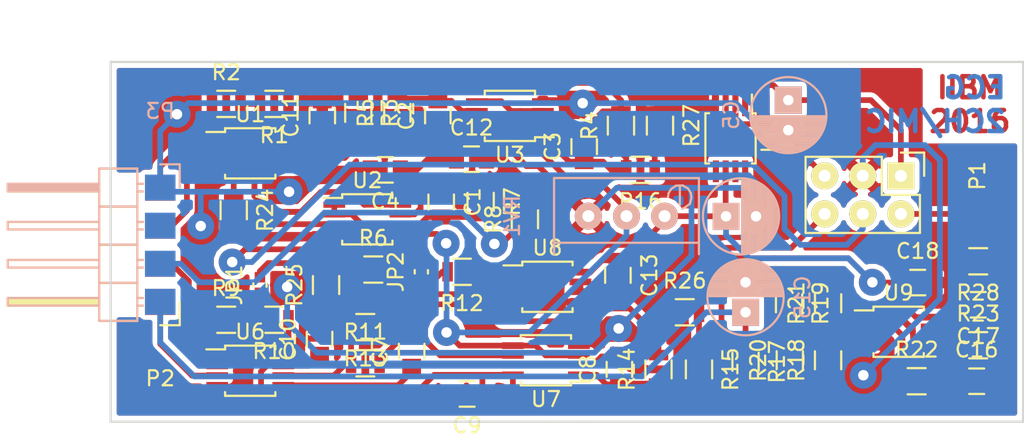
<source format=kicad_pcb>
(kicad_pcb (version 4) (host pcbnew 4.0.2+dfsg1-stable)
  (layers (0 F.Cu signal) (31 B.Cu signal hide) (34 B.Paste user) (35 F.Paste user) (36 B.SilkS user hide) (37 F.SilkS user) (38 B.Mask user) (39 F.Mask user) (44 Edge.Cuts user))
  (net 0 "")
  (net 1 "Net-(C1-Pad1)")
  (net 2 "Net-(C2-Pad1)")
  (net 3 "Net-(C2-Pad2)")
  (net 4 "Net-(C3-Pad2)")
  (net 5 +5V)
  (net 6 GND)
  (net 7 "Net-(R1-Pad1)")
  (net 8 "Net-(R1-Pad2)")
  (net 9 "Net-(R2-Pad1)")
  (net 10 "Net-(R3-Pad2)")
  (net 11 +BATT)
  (net 12 "Net-(C7-Pad1)")
  (net 13 "Net-(C7-Pad2)")
  (net 14 "Net-(C8-Pad2)")
  (net 15 "Net-(JP1-Pad1)")
  (net 16 "Net-(JP1-Pad2)")
  (net 17 "Net-(JP2-Pad1)")
  (net 18 "Net-(R9-Pad1)")
  (net 19 "Net-(R10-Pad1)")
  (net 20 "Net-(R11-Pad1)")
  (net 21 "Net-(R12-Pad1)")
  (net 22 "Net-(U8-Pad6)")
  (net 23 "Net-(C15-Pad2)")
  (net 24 "Net-(C16-Pad1)")
  (net 25 "Net-(R18-Pad2)")
  (net 26 "Net-(R19-Pad2)")
  (net 27 "Net-(R21-Pad2)")
  (net 28 "Net-(R23-Pad1)")
  (net 29 "Net-(R24-Pad2)")
  (net 30 "Net-(R25-Pad1)")
  (net 31 /Canales_ECG/filtro)
  (net 32 /Canales_ECG/OUT_ch2)
  (net 33 /Canales_ECG/OUT_ch1)
  (net 34 /Canales_ECG/SHIELD)
  (net 35 /Canales_ECG/RA_ch2)
  (net 36 /Canales_ECG/LA_ch2)
  (net 37 /Canales_ECG/RA_ch1)
  (net 38 /Canales_ECG/LA_ch1)
  (net 39 /Canales_ECG/RL)
  (net 40 /Canales_ECG/REF)
  (net 41 "Net-(C3-Pad1)")
  (net 42 "Net-(C8-Pad1)")
  (net 43 /Microfono/Mic)
  (net 44 /Microfono/OUT_Mic)
  (module Capacitors_SMD:C_0805 (layer F.Cu) (at 159.0421 77.089)
    (fp_text reference C12 (at 0 -2.1) (layer F.SilkS))
    (fp_text value 0.1u)
    (pad 1 smd rect (at -1 0) (size 1 1.25) (layers F.Cu F.Paste F.Mask) (net 5 +5V))
    (pad 2 smd rect (at 1 0) (size 1 1.25) (layers F.Cu F.Paste F.Mask) (net 6 GND))
  )
  (module Capacitors_SMD:C_0805 (layer F.Cu) (at 158.75 92.7481 180)
    (fp_text reference C9 (at 0 -2.1 180) (layer F.SilkS))
    (fp_text value 0.1u)
    (pad 1 smd rect (at -1 0 180) (size 1 1.25) (layers F.Cu F.Paste F.Mask) (net 5 +5V))
    (pad 2 smd rect (at 1 0 180) (size 1 1.25) (layers F.Cu F.Paste F.Mask) (net 6 GND))
  )
  (module Capacitors_SMD:C_0805 (layer F.Cu) (at 157.0228 79.9465 270)
    (fp_text reference C1 (at 0 -2.1 270) (layer F.SilkS))
    (fp_text value 10n)
    (pad 1 smd rect (at -1 0 270) (size 1 1.25) (layers F.Cu F.Paste F.Mask) (net 1 "Net-(C1-Pad1)"))
    (pad 2 smd rect (at 1 0 270) (size 1 1.25) (layers F.Cu F.Paste F.Mask) (net 31 /Canales_ECG/filtro))
  )
  (module Capacitors_SMD:C_0805 (layer F.Cu) (at 166.55 76.25 90)
    (fp_text reference C3 (at 0 -2.1 90) (layer F.SilkS))
    (fp_text value 330n)
    (pad 1 smd rect (at -1 0 90) (size 1 1.25) (layers F.Cu F.Paste F.Mask) (net 41 "Net-(C3-Pad1)"))
    (pad 2 smd rect (at 1 0 90) (size 1 1.25) (layers F.Cu F.Paste F.Mask) (net 4 "Net-(C3-Pad2)"))
  )
  (module Capacitors_SMD:C_0805 (layer F.Cu) (at 153.3 77.8 180)
    (fp_text reference C4 (at 0 -2.1 180) (layer F.SilkS))
    (fp_text value 0.1u)
    (pad 1 smd rect (at -1 0 180) (size 1 1.25) (layers F.Cu F.Paste F.Mask) (net 5 +5V))
    (pad 2 smd rect (at 1 0 180) (size 1 1.25) (layers F.Cu F.Paste F.Mask) (net 6 GND))
  )
  (module Resistors_SMD:R_0805 (layer F.Cu) (at 145.9 73.4 180)
    (fp_text reference R1 (at 0 -2.1 180) (layer F.SilkS))
    (fp_text value 12k)
    (pad 1 smd rect (at -0.95 0 180) (size 0.7 1.3) (layers F.Cu F.Paste F.Mask) (net 7 "Net-(R1-Pad1)"))
    (pad 2 smd rect (at 0.95 0 180) (size 0.7 1.3) (layers F.Cu F.Paste F.Mask) (net 8 "Net-(R1-Pad2)"))
  )
  (module Resistors_SMD:R_0805 (layer F.Cu) (at 142.7 73.4)
    (fp_text reference R2 (at 0 -2.1) (layer F.SilkS))
    (fp_text value 12k)
    (pad 1 smd rect (at -0.95 0) (size 0.7 1.3) (layers F.Cu F.Paste F.Mask) (net 9 "Net-(R2-Pad1)"))
    (pad 2 smd rect (at 0.95 0) (size 0.7 1.3) (layers F.Cu F.Paste F.Mask) (net 8 "Net-(R1-Pad2)"))
  )
  (module Resistors_SMD:R_0805 (layer F.Cu) (at 151.5 74 270)
    (fp_text reference R3 (at 0 -2.1 270) (layer F.SilkS))
    (fp_text value 100)
    (pad 1 smd rect (at -0.95 0 270) (size 0.7 1.3) (layers F.Cu F.Paste F.Mask) (net 4 "Net-(C3-Pad2)"))
    (pad 2 smd rect (at 0.95 0 270) (size 0.7 1.3) (layers F.Cu F.Paste F.Mask) (net 10 "Net-(R3-Pad2)"))
  )
  (module Resistors_SMD:R_0805 (layer F.Cu) (at 169 74.85 90)
    (fp_text reference R4 (at 0 -2.1 90) (layer F.SilkS))
    (fp_text value 10k)
    (pad 1 smd rect (at -0.95 0 90) (size 0.7 1.3) (layers F.Cu F.Paste F.Mask) (net 41 "Net-(C3-Pad1)"))
    (pad 2 smd rect (at 0.95 0 90) (size 0.7 1.3) (layers F.Cu F.Paste F.Mask) (net 4 "Net-(C3-Pad2)"))
  )
  (module Resistors_SMD:R_0805 (layer F.Cu) (at 154.1 74 90)
    (fp_text reference R5 (at 0 -2.1 90) (layer F.SilkS))
    (fp_text value 330k)
    (pad 1 smd rect (at -0.95 0 90) (size 0.7 1.3) (layers F.Cu F.Paste F.Mask) (net 10 "Net-(R3-Pad2)"))
    (pad 2 smd rect (at 0.95 0 90) (size 0.7 1.3) (layers F.Cu F.Paste F.Mask) (net 3 "Net-(C2-Pad2)"))
  )
  (module Resistors_SMD:R_0805 (layer F.Cu) (at 152.5 84.45)
    (fp_text reference R6 (at 0 -2.1) (layer F.SilkS))
    (fp_text value 10k)
    (pad 1 smd rect (at -0.95 0) (size 0.7 1.3) (layers F.Cu F.Paste F.Mask) (net 34 /Canales_ECG/SHIELD))
    (pad 2 smd rect (at 0.95 0) (size 0.7 1.3) (layers F.Cu F.Paste F.Mask) (net 31 /Canales_ECG/filtro))
  )
  (module Resistors_SMD:R_0805 (layer F.Cu) (at 159.6517 79.9338 270)
    (fp_text reference R7 (at 0 -2.1 270) (layer F.SilkS))
    (fp_text value 2.2k)
    (pad 1 smd rect (at -0.95 0 270) (size 0.7 1.3) (layers F.Cu F.Paste F.Mask) (net 1 "Net-(C1-Pad1)"))
    (pad 2 smd rect (at 0.95 0 270) (size 0.7 1.3) (layers F.Cu F.Paste F.Mask) (net 31 /Canales_ECG/filtro))
  )
  (module Resistors_SMD:R_0805 (layer F.Cu) (at 162.6 81.1 90)
    (fp_text reference R8 (at 0 -2.1 90) (layer F.SilkS))
    (fp_text value 100k)
    (pad 1 smd rect (at -0.95 0 90) (size 0.7 1.3) (layers F.Cu F.Paste F.Mask) (net 39 /Canales_ECG/RL))
    (pad 2 smd rect (at 0.95 0 90) (size 0.7 1.3) (layers F.Cu F.Paste F.Mask) (net 1 "Net-(C1-Pad1)"))
  )
  (module Housings_SSOP:MSOP-8_3x3mm_Pitch0.65mm (layer F.Cu) (at 144.3 76.7)
    (fp_text reference U1 (at 0 -2.6) (layer F.SilkS))
    (fp_text value INA333)
    (pad 1 smd rect (at -2.2 -0.975) (size 1.45 0.4064) (layers F.Cu F.Paste F.Mask) (net 9 "Net-(R2-Pad1)"))
    (pad 2 smd rect (at -2.2 -0.325) (size 1.45 0.4064) (layers F.Cu F.Paste F.Mask) (net 38 /Canales_ECG/LA_ch1))
    (pad 3 smd rect (at -2.2 0.325) (size 1.45 0.4064) (layers F.Cu F.Paste F.Mask) (net 37 /Canales_ECG/RA_ch1))
    (pad 4 smd rect (at -2.2 0.975) (size 1.45 0.4064) (layers F.Cu F.Paste F.Mask) (net 6 GND))
    (pad 5 smd rect (at 2.2 0.975) (size 1.45 0.4064) (layers F.Cu F.Paste F.Mask) (net 2 "Net-(C2-Pad1)"))
    (pad 6 smd rect (at 2.2 0.325) (size 1.45 0.4064) (layers F.Cu F.Paste F.Mask) (net 10 "Net-(R3-Pad2)"))
    (pad 7 smd rect (at 2.2 -0.325) (size 1.45 0.4064) (layers F.Cu F.Paste F.Mask) (net 5 +5V))
    (pad 8 smd rect (at 2.2 -0.975) (size 1.45 0.4064) (layers F.Cu F.Paste F.Mask) (net 7 "Net-(R1-Pad1)"))
  )
  (module Housings_SSOP:MSOP-8_3x3mm_Pitch0.65mm (layer F.Cu) (at 152.1 81.1)
    (fp_text reference U2 (at 0 -2.6 180) (layer F.SilkS))
    (fp_text value OPA2335)
    (pad 1 smd rect (at -2.2 -0.975) (size 1.45 0.4064) (layers F.Cu F.Paste F.Mask) (net 34 /Canales_ECG/SHIELD))
    (pad 2 smd rect (at -2.2 -0.325) (size 1.45 0.4064) (layers F.Cu F.Paste F.Mask) (net 34 /Canales_ECG/SHIELD))
    (pad 3 smd rect (at -2.2 0.325) (size 1.45 0.4064) (layers F.Cu F.Paste F.Mask) (net 29 "Net-(R24-Pad2)"))
    (pad 4 smd rect (at -2.2 0.975) (size 1.45 0.4064) (layers F.Cu F.Paste F.Mask) (net 6 GND))
    (pad 5 smd rect (at 2.2 0.975) (size 1.45 0.4064) (layers F.Cu F.Paste F.Mask) (net 40 /Canales_ECG/REF))
    (pad 6 smd rect (at 2.2 0.325) (size 1.45 0.4064) (layers F.Cu F.Paste F.Mask) (net 31 /Canales_ECG/filtro))
    (pad 7 smd rect (at 2.2 -0.325) (size 1.45 0.4064) (layers F.Cu F.Paste F.Mask) (net 1 "Net-(C1-Pad1)"))
    (pad 8 smd rect (at 2.2 -0.975) (size 1.45 0.4064) (layers F.Cu F.Paste F.Mask) (net 5 +5V))
  )
  (module Housings_SSOP:MSOP-8_3x3mm_Pitch0.65mm (layer F.Cu) (at 161.6 74.2 180)
    (fp_text reference U3 (at 0 -2.6 180) (layer F.SilkS))
    (fp_text value OPA2335)
    (pad 1 smd rect (at -2.2 -0.975 180) (size 1.45 0.4064) (layers F.Cu F.Paste F.Mask) (net 41 "Net-(C3-Pad1)"))
    (pad 2 smd rect (at -2.2 -0.325 180) (size 1.45 0.4064) (layers F.Cu F.Paste F.Mask) (net 4 "Net-(C3-Pad2)"))
    (pad 3 smd rect (at -2.2 0.325 180) (size 1.45 0.4064) (layers F.Cu F.Paste F.Mask) (net 40 /Canales_ECG/REF))
    (pad 4 smd rect (at -2.2 0.975 180) (size 1.45 0.4064) (layers F.Cu F.Paste F.Mask) (net 6 GND))
    (pad 5 smd rect (at 2.2 0.975 180) (size 1.45 0.4064) (layers F.Cu F.Paste F.Mask) (net 40 /Canales_ECG/REF))
    (pad 6 smd rect (at 2.2 0.325 180) (size 1.45 0.4064) (layers F.Cu F.Paste F.Mask) (net 3 "Net-(C2-Pad2)"))
    (pad 7 smd rect (at 2.2 -0.325 180) (size 1.45 0.4064) (layers F.Cu F.Paste F.Mask) (net 2 "Net-(C2-Pad1)"))
    (pad 8 smd rect (at 2.2 -0.975 180) (size 1.45 0.4064) (layers F.Cu F.Paste F.Mask) (net 5 +5V))
  )
  (module Housings_SSOP:MSOP-8_3x3mm_Pitch0.65mm (layer F.Cu) (at 176.3 75.7 270)
    (fp_text reference U4 (at 0 -2.6 270) (layer F.SilkS))
    (fp_text value REF5050)
    (pad 1 smd rect (at -2.2 -0.975 270) (size 1.45 0.4064) (layers F.Cu F.Paste F.Mask))
    (pad 2 smd rect (at -2.2 -0.325 270) (size 1.45 0.4064) (layers F.Cu F.Paste F.Mask) (net 11 +BATT))
    (pad 3 smd rect (at -2.2 0.325 270) (size 1.45 0.4064) (layers F.Cu F.Paste F.Mask))
    (pad 4 smd rect (at -2.2 0.975 270) (size 1.45 0.4064) (layers F.Cu F.Paste F.Mask) (net 6 GND))
    (pad 5 smd rect (at 2.2 0.975 270) (size 1.45 0.4064) (layers F.Cu F.Paste F.Mask))
    (pad 6 smd rect (at 2.2 0.325 270) (size 1.45 0.4064) (layers F.Cu F.Paste F.Mask) (net 5 +5V))
    (pad 7 smd rect (at 2.2 -0.325 270) (size 1.45 0.4064) (layers F.Cu F.Paste F.Mask))
    (pad 8 smd rect (at 2.2 -0.975 270) (size 1.45 0.4064) (layers F.Cu F.Paste F.Mask))
  )
  (module Capacitors_SMD:C_0805 (layer F.Cu) (at 149.1 74.2 90)
    (fp_text reference C11 (at 0 -2.1 90) (layer F.SilkS))
    (fp_text value 0.1u)
    (pad 1 smd rect (at -1 0 90) (size 1 1.25) (layers F.Cu F.Paste F.Mask) (net 5 +5V))
    (pad 2 smd rect (at 1 0 90) (size 1 1.25) (layers F.Cu F.Paste F.Mask) (net 6 GND))
  )
  (module Capacitors_ThroughHole:C_Radial_D5_L11_P2 (layer B.Cu) (at 180.15 73.15 270)
    (fp_text reference C5 (at 1 3.8 270) (layer B.SilkS) (effects (justify mirror)))
    (fp_text value 1u)
    (pad 1 thru_hole rect (at 0 0 270) (size 1.8 1.8) (drill 0.7) (layers *.Cu *.Mask B.SilkS) (net 11 +BATT))
    (pad 2 thru_hole circle (at 2 0 270) (size 1.778 1.778) (drill 0.7) (layers *.Cu *.Mask B.SilkS) (net 6 GND))
  )
  (module Capacitors_ThroughHole:C_Radial_D5_L11_P2 (layer B.Cu) (at 176 80.9)
    (fp_text reference C6 (at 1 3.8) (layer B.SilkS) (effects (justify mirror)))
    (fp_text value 22u)
    (pad 1 thru_hole rect (at 0 0) (size 1.8 1.8) (drill 0.7) (layers *.Cu *.Mask B.SilkS) (net 5 +5V))
    (pad 2 thru_hole circle (at 2 0) (size 1.778 1.778) (drill 0.7) (layers *.Cu *.Mask B.SilkS) (net 6 GND))
  )
  (module Capacitors_SMD:C_0805 (layer F.Cu) (at 168.8973 91.1098 90)
    (fp_text reference C8 (at 0 -2.1 90) (layer F.SilkS))
    (fp_text value 330n)
    (pad 1 smd rect (at -1 0 90) (size 1 1.25) (layers F.Cu F.Paste F.Mask) (net 42 "Net-(C8-Pad1)"))
    (pad 2 smd rect (at 1 0 90) (size 1 1.25) (layers F.Cu F.Paste F.Mask) (net 14 "Net-(C8-Pad2)"))
  )
  (module Resistors_SMD:R_0805 (layer F.Cu) (at 142.7 87.8)
    (fp_text reference R9 (at 0 -2.1) (layer F.SilkS))
    (fp_text value 12k)
    (pad 1 smd rect (at -0.95 0) (size 0.7 1.3) (layers F.Cu F.Paste F.Mask) (net 18 "Net-(R9-Pad1)"))
    (pad 2 smd rect (at 0.95 0) (size 0.7 1.3) (layers F.Cu F.Paste F.Mask) (net 15 "Net-(JP1-Pad1)"))
  )
  (module Resistors_SMD:R_0805 (layer F.Cu) (at 145.9 87.8 180)
    (fp_text reference R10 (at 0 -2.1 180) (layer F.SilkS))
    (fp_text value 12k)
    (pad 1 smd rect (at -0.95 0 180) (size 0.7 1.3) (layers F.Cu F.Paste F.Mask) (net 19 "Net-(R10-Pad1)"))
    (pad 2 smd rect (at 0.95 0 180) (size 0.7 1.3) (layers F.Cu F.Paste F.Mask) (net 15 "Net-(JP1-Pad1)"))
  )
  (module Resistors_SMD:R_0805 (layer F.Cu) (at 151.9682 90.7034)
    (fp_text reference R11 (at 0 -2.1) (layer F.SilkS))
    (fp_text value 330k)
    (pad 1 smd rect (at -0.95 0) (size 0.7 1.3) (layers F.Cu F.Paste F.Mask) (net 20 "Net-(R11-Pad1)"))
    (pad 2 smd rect (at 0.95 0) (size 0.7 1.3) (layers F.Cu F.Paste F.Mask) (net 13 "Net-(C7-Pad2)"))
  )
  (module Resistors_SMD:R_0805 (layer F.Cu) (at 158.4 84.6 180)
    (fp_text reference R12 (at 0 -2.1 180) (layer F.SilkS))
    (fp_text value 10k)
    (pad 1 smd rect (at -0.95 0 180) (size 0.7 1.3) (layers F.Cu F.Paste F.Mask) (net 21 "Net-(R12-Pad1)"))
    (pad 2 smd rect (at 0.95 0 180) (size 0.7 1.3) (layers F.Cu F.Paste F.Mask) (net 17 "Net-(JP2-Pad1)"))
  )
  (module Resistors_SMD:R_0805 (layer F.Cu) (at 151.9682 88.2904 180)
    (fp_text reference R13 (at 0 -2.1 180) (layer F.SilkS))
    (fp_text value 100)
    (pad 1 smd rect (at -0.95 0 180) (size 0.7 1.3) (layers F.Cu F.Paste F.Mask) (net 14 "Net-(C8-Pad2)"))
    (pad 2 smd rect (at 0.95 0 180) (size 0.7 1.3) (layers F.Cu F.Paste F.Mask) (net 20 "Net-(R11-Pad1)"))
  )
  (module Resistors_SMD:R_0805 (layer F.Cu) (at 171.5 91.108 90)
    (fp_text reference R14 (at 0 -2.1 90) (layer F.SilkS))
    (fp_text value 10k)
    (pad 1 smd rect (at -0.95 0 90) (size 0.7 1.3) (layers F.Cu F.Paste F.Mask) (net 42 "Net-(C8-Pad1)"))
    (pad 2 smd rect (at 0.95 0 90) (size 0.7 1.3) (layers F.Cu F.Paste F.Mask) (net 14 "Net-(C8-Pad2)"))
  )
  (module Housings_SSOP:MSOP-8_3x3mm_Pitch0.65mm (layer F.Cu) (at 144.3 91.2)
    (fp_text reference U6 (at 0 -2.6) (layer F.SilkS))
    (fp_text value INA333)
    (pad 1 smd rect (at -2.2 -0.975) (size 1.45 0.45) (layers F.Cu F.Paste F.Mask) (net 18 "Net-(R9-Pad1)"))
    (pad 2 smd rect (at -2.2 -0.325) (size 1.45 0.45) (layers F.Cu F.Paste F.Mask) (net 36 /Canales_ECG/LA_ch2))
    (pad 3 smd rect (at -2.2 0.325) (size 1.45 0.45) (layers F.Cu F.Paste F.Mask) (net 35 /Canales_ECG/RA_ch2))
    (pad 4 smd rect (at -2.2 0.975) (size 1.45 0.45) (layers F.Cu F.Paste F.Mask) (net 6 GND))
    (pad 5 smd rect (at 2.2 0.975) (size 1.45 0.45) (layers F.Cu F.Paste F.Mask) (net 12 "Net-(C7-Pad1)"))
    (pad 6 smd rect (at 2.2 0.325) (size 1.45 0.45) (layers F.Cu F.Paste F.Mask) (net 20 "Net-(R11-Pad1)"))
    (pad 7 smd rect (at 2.2 -0.325) (size 1.45 0.45) (layers F.Cu F.Paste F.Mask) (net 5 +5V))
    (pad 8 smd rect (at 2.2 -0.975) (size 1.45 0.45) (layers F.Cu F.Paste F.Mask) (net 19 "Net-(R10-Pad1)"))
  )
  (module Housings_SSOP:MSOP-8_3x3mm_Pitch0.65mm (layer F.Cu) (at 164 90.5 180)
    (fp_text reference U7 (at 0 -2.6 180) (layer F.SilkS))
    (fp_text value OPA2335)
    (pad 1 smd rect (at -2.2 -0.975 180) (size 1.45 0.45) (layers F.Cu F.Paste F.Mask) (net 42 "Net-(C8-Pad1)"))
    (pad 2 smd rect (at -2.2 -0.325 180) (size 1.45 0.45) (layers F.Cu F.Paste F.Mask) (net 14 "Net-(C8-Pad2)"))
    (pad 3 smd rect (at -2.2 0.325 180) (size 1.45 0.45) (layers F.Cu F.Paste F.Mask) (net 40 /Canales_ECG/REF))
    (pad 4 smd rect (at -2.2 0.975 180) (size 1.45 0.45) (layers F.Cu F.Paste F.Mask) (net 6 GND))
    (pad 5 smd rect (at 2.2 0.975 180) (size 1.45 0.45) (layers F.Cu F.Paste F.Mask) (net 40 /Canales_ECG/REF))
    (pad 6 smd rect (at 2.2 0.325 180) (size 1.45 0.45) (layers F.Cu F.Paste F.Mask) (net 13 "Net-(C7-Pad2)"))
    (pad 7 smd rect (at 2.2 -0.325 180) (size 1.45 0.45) (layers F.Cu F.Paste F.Mask) (net 12 "Net-(C7-Pad1)"))
    (pad 8 smd rect (at 2.2 -0.975 180) (size 1.45 0.45) (layers F.Cu F.Paste F.Mask) (net 5 +5V))
  )
  (module Housings_SSOP:MSOP-8_3x3mm_Pitch0.65mm (layer F.Cu) (at 164.1 85.6)
    (fp_text reference U8 (at 0 -2.6) (layer F.SilkS))
    (fp_text value OPA2335)
    (pad 1 smd rect (at -2.2 -0.975) (size 1.45 0.45) (layers F.Cu F.Paste F.Mask) (net 21 "Net-(R12-Pad1)"))
    (pad 2 smd rect (at -2.2 -0.325) (size 1.45 0.45) (layers F.Cu F.Paste F.Mask) (net 21 "Net-(R12-Pad1)"))
    (pad 3 smd rect (at -2.2 0.325) (size 1.45 0.45) (layers F.Cu F.Paste F.Mask) (net 30 "Net-(R25-Pad1)"))
    (pad 4 smd rect (at -2.2 0.975) (size 1.45 0.45) (layers F.Cu F.Paste F.Mask) (net 6 GND))
    (pad 5 smd rect (at 2.2 0.975) (size 1.45 0.45) (layers F.Cu F.Paste F.Mask) (net 6 GND))
    (pad 6 smd rect (at 2.2 0.325) (size 1.45 0.45) (layers F.Cu F.Paste F.Mask) (net 22 "Net-(U8-Pad6)"))
    (pad 7 smd rect (at 2.2 -0.325) (size 1.45 0.45) (layers F.Cu F.Paste F.Mask) (net 22 "Net-(U8-Pad6)"))
    (pad 8 smd rect (at 2.2 -0.975) (size 1.45 0.45) (layers F.Cu F.Paste F.Mask) (net 5 +5V))
  )
  (module Capacitors_SMD:C_0805 (layer F.Cu) (at 148.9202 89.1032 90)
    (fp_text reference C10 (at 0 -2.1 90) (layer F.SilkS))
    (fp_text value 0.1u)
    (pad 1 smd rect (at -1 0 90) (size 1 1.25) (layers F.Cu F.Paste F.Mask) (net 5 +5V))
    (pad 2 smd rect (at 1 0 90) (size 1 1.25) (layers F.Cu F.Paste F.Mask) (net 6 GND))
  )
  (module Capacitors_SMD:C_0805 (layer F.Cu) (at 168.7957 84.836 270)
    (fp_text reference C13 (at 0 -2.1 270) (layer F.SilkS))
    (fp_text value 0.1u)
    (pad 1 smd rect (at -1 0 270) (size 1 1.25) (layers F.Cu F.Paste F.Mask) (net 5 +5V))
    (pad 2 smd rect (at 1 0 270) (size 1 1.25) (layers F.Cu F.Paste F.Mask) (net 6 GND))
  )
  (module Capacitors_SMD:C_0805 (layer F.Cu) (at 156.8 74.2 90)
    (fp_text reference C2 (at 0 -2.1 90) (layer F.SilkS))
    (fp_text value 1u)
    (pad 1 smd rect (at -1 0 90) (size 1 1.25) (layers F.Cu F.Paste F.Mask) (net 2 "Net-(C2-Pad1)"))
    (pad 2 smd rect (at 1 0 90) (size 1 1.25) (layers F.Cu F.Paste F.Mask) (net 3 "Net-(C2-Pad2)"))
  )
  (module Capacitors_SMD:C_0805 (layer F.Cu) (at 155.0543 89.9033 90)
    (fp_text reference C7 (at 0 -2.1 90) (layer F.SilkS))
    (fp_text value 1u)
    (pad 1 smd rect (at -1 0 90) (size 1 1.25) (layers F.Cu F.Paste F.Mask) (net 12 "Net-(C7-Pad1)"))
    (pad 2 smd rect (at 1 0 90) (size 1 1.25) (layers F.Cu F.Paste F.Mask) (net 13 "Net-(C7-Pad2)"))
  )
  (module Capacitors_ThroughHole:C_Radial_D5_L11_P2 (layer B.Cu) (at 177.3 87.3 90)
    (fp_text reference C15 (at 1 3.8 90) (layer B.SilkS) (effects (justify mirror)))
    (fp_text value 4.7u)
    (pad 1 thru_hole rect (at 0 0 90) (size 1.8 1.8) (drill 0.7) (layers *.Cu *.Mask B.SilkS) (net 43 /Microfono/Mic))
    (pad 2 thru_hole circle (at 2 0 90) (size 1.778 1.778) (drill 0.7) (layers *.Cu *.Mask B.SilkS) (net 23 "Net-(C15-Pad2)"))
  )
  (module Capacitors_SMD:C_0805 (layer F.Cu) (at 192.7 91.9)
    (fp_text reference C16 (at 0 -2.1) (layer F.SilkS))
    (fp_text value 0.1u)
    (pad 1 smd rect (at -1 0) (size 1 1.25) (layers F.Cu F.Paste F.Mask) (net 24 "Net-(C16-Pad1)"))
    (pad 2 smd rect (at 1 0) (size 1 1.25) (layers F.Cu F.Paste F.Mask) (net 6 GND))
  )
  (module Capacitors_SMD:C_0805 (layer F.Cu) (at 192.8 86.8 180)
    (fp_text reference C17 (at 0 -2.1 180) (layer F.SilkS))
    (fp_text value 0.1u)
    (pad 1 smd rect (at -1 0 180) (size 1 1.25) (layers F.Cu F.Paste F.Mask) (net 44 /Microfono/OUT_Mic))
    (pad 2 smd rect (at 1 0 180) (size 1 1.25) (layers F.Cu F.Paste F.Mask) (net 6 GND))
  )
  (module Pin_Headers:Pin_Header_Angled_1x04 (layer F.Cu) (at 138.303 86.614 180)
    (fp_text reference P2 (at 0 -5.1 180) (layer F.SilkS))
    (fp_text value CONN_01X04)
    (pad 1 smd rect (at 0 0 180) (size 2.032 1.7272) (layers F.Cu F.Paste F.Mask) (net 35 /Canales_ECG/RA_ch2))
    (pad 2 smd rect (at 0 2.54 180) (size 2.032 1.7272) (layers F.Cu F.Paste F.Mask) (net 36 /Canales_ECG/LA_ch2))
    (pad 3 smd rect (at 0 5.08 180) (size 2.032 1.7272) (layers F.Cu F.Paste F.Mask) (net 37 /Canales_ECG/RA_ch1))
    (pad 4 smd rect (at 0 7.62 180) (size 2.032 1.7272) (layers F.Cu F.Paste F.Mask) (net 38 /Canales_ECG/LA_ch1))
  )
  (module Pin_Headers:Pin_Header_Angled_1x04 (layer B.Cu) (at 138.303 78.9813 180)
    (fp_text reference P3 (at 0 5.1 180) (layer B.SilkS) (effects (justify mirror)))
    (fp_text value CONN_01X04)
    (pad 1 smd rect (at 0 0 180) (size 2.032 1.7272) (layers B.Cu B.Paste B.Mask) (net 6 GND))
    (pad 2 smd rect (at 0 -2.54 180) (size 2.032 1.7272) (layers B.Cu B.Paste B.Mask))
    (pad 3 smd rect (at 0 -5.08 180) (size 2.032 1.7272) (layers B.Cu B.Paste B.Mask) (net 39 /Canales_ECG/RL))
    (pad 4 smd rect (at 0 -7.62 180) (size 2.032 1.7272) (layers B.Cu B.Paste B.Mask) (net 43 /Microfono/Mic))
  )
  (module Resistors_SMD:R_0805 (layer F.Cu) (at 177.3 90.6 270)
    (fp_text reference R17 (at 0 -2.1 270) (layer F.SilkS))
    (fp_text value 2.2k)
    (pad 1 smd rect (at -0.95 0 270) (size 0.7 1.3) (layers F.Cu F.Paste F.Mask) (net 43 /Microfono/Mic))
    (pad 2 smd rect (at 0.95 0 270) (size 0.7 1.3) (layers F.Cu F.Paste F.Mask) (net 5 +5V))
  )
  (module Resistors_SMD:R_0805 (layer F.Cu) (at 182.8 90.5 90)
    (fp_text reference R18 (at 0 -2.1 90) (layer F.SilkS))
    (fp_text value 1.1k)
    (pad 1 smd rect (at -0.95 0 90) (size 0.7 1.3) (layers F.Cu F.Paste F.Mask) (net 6 GND))
    (pad 2 smd rect (at 0.95 0 90) (size 0.7 1.3) (layers F.Cu F.Paste F.Mask) (net 25 "Net-(R18-Pad2)"))
  )
  (module Resistors_SMD:R_0805 (layer F.Cu) (at 180.2 86.7 270)
    (fp_text reference R19 (at 0 -2.1 270) (layer F.SilkS))
    (fp_text value 10k)
    (pad 1 smd rect (at -0.95 0 270) (size 0.7 1.3) (layers F.Cu F.Paste F.Mask) (net 23 "Net-(C15-Pad2)"))
    (pad 2 smd rect (at 0.95 0 270) (size 0.7 1.3) (layers F.Cu F.Paste F.Mask) (net 26 "Net-(R19-Pad2)"))
  )
  (module Resistors_SMD:R_0805 (layer F.Cu) (at 180.25 90.5 90)
    (fp_text reference R20 (at 0 -2.1 90) (layer F.SilkS))
    (fp_text value 2.2k)
    (pad 1 smd rect (at -0.95 0 90) (size 0.7 1.3) (layers F.Cu F.Paste F.Mask) (net 5 +5V))
    (pad 2 smd rect (at 0.95 0 90) (size 0.7 1.3) (layers F.Cu F.Paste F.Mask) (net 25 "Net-(R18-Pad2)"))
  )
  (module Resistors_SMD:R_0805 (layer F.Cu) (at 182.8 86.7 90)
    (fp_text reference R21 (at 0 -2.1 90) (layer F.SilkS))
    (fp_text value 100k)
    (pad 1 smd rect (at -0.95 0 90) (size 0.7 1.3) (layers F.Cu F.Paste F.Mask) (net 26 "Net-(R19-Pad2)"))
    (pad 2 smd rect (at 0.95 0 90) (size 0.7 1.3) (layers F.Cu F.Paste F.Mask) (net 27 "Net-(R21-Pad2)"))
  )
  (module Resistors_SMD:R_0805 (layer F.Cu) (at 188.7 91.9)
    (fp_text reference R22 (at 0 -2.1) (layer F.SilkS))
    (fp_text value 1k)
    (pad 1 smd rect (at -0.95 0) (size 0.7 1.3) (layers F.Cu F.Paste F.Mask) (net 27 "Net-(R21-Pad2)"))
    (pad 2 smd rect (at 0.95 0) (size 0.7 1.3) (layers F.Cu F.Paste F.Mask) (net 24 "Net-(C16-Pad1)"))
  )
  (module Resistors_SMD:R_0805 (layer F.Cu) (at 192.8 89.5)
    (fp_text reference R23 (at 0 -2.1) (layer F.SilkS))
    (fp_text value 1.2k)
    (pad 1 smd rect (at -0.95 0) (size 0.7 1.3) (layers F.Cu F.Paste F.Mask) (net 28 "Net-(R23-Pad1)"))
    (pad 2 smd rect (at 0.95 0) (size 0.7 1.3) (layers F.Cu F.Paste F.Mask) (net 44 /Microfono/OUT_Mic))
  )
  (module Housings_SSOP:MSOP-8_3x3mm_Pitch0.65mm (layer F.Cu) (at 187.5 88.6)
    (fp_text reference U9 (at 0 -2.6) (layer F.SilkS))
    (fp_text value OPA2335)
    (pad 1 smd rect (at -2.2 -0.975) (size 1.45 0.45) (layers F.Cu F.Paste F.Mask) (net 27 "Net-(R21-Pad2)"))
    (pad 2 smd rect (at -2.2 -0.325) (size 1.45 0.45) (layers F.Cu F.Paste F.Mask) (net 26 "Net-(R19-Pad2)"))
    (pad 3 smd rect (at -2.2 0.325) (size 1.45 0.45) (layers F.Cu F.Paste F.Mask) (net 25 "Net-(R18-Pad2)"))
    (pad 4 smd rect (at -2.2 0.975) (size 1.45 0.45) (layers F.Cu F.Paste F.Mask) (net 6 GND))
    (pad 5 smd rect (at 2.2 0.975) (size 1.45 0.45) (layers F.Cu F.Paste F.Mask) (net 24 "Net-(C16-Pad1)"))
    (pad 6 smd rect (at 2.2 0.325) (size 1.45 0.45) (layers F.Cu F.Paste F.Mask) (net 28 "Net-(R23-Pad1)"))
    (pad 7 smd rect (at 2.2 -0.325) (size 1.45 0.45) (layers F.Cu F.Paste F.Mask) (net 28 "Net-(R23-Pad1)"))
    (pad 8 smd rect (at 2.2 -0.975) (size 1.45 0.45) (layers F.Cu F.Paste F.Mask) (net 5 +5V))
  )
  (module Capacitors_SMD:C_0805 (layer F.Cu) (at 188.7728 85.3186)
    (fp_text reference C18 (at 0 -2.1) (layer F.SilkS))
    (fp_text value 0.1u)
    (pad 1 smd rect (at -1 0) (size 1 1.25) (layers F.Cu F.Paste F.Mask) (net 5 +5V))
    (pad 2 smd rect (at 1 0) (size 1 1.25) (layers F.Cu F.Paste F.Mask) (net 6 GND))
  )
  (module jumper_smd:jumper_smd (layer F.Cu) (at 155.7 84.6 90)
    (fp_text reference JP2 (at 0 -1.7 90) (layer F.SilkS))
    (fp_text value Jumper)
    (pad 1 smd rect (at -0.5207 0 90) (size 0.7 0.7) (layers F.Cu F.Paste F.Mask) (net 17 "Net-(JP2-Pad1)"))
    (pad 2 smd rect (at 0.5207 0 90) (size 0.7 0.7) (layers F.Cu F.Paste F.Mask) (net 31 /Canales_ECG/filtro))
  )
  (module jumper_smd:jumper_smd (layer F.Cu) (at 144.9451 85.4837 90)
    (fp_text reference JP1 (at 0 -1.7 90) (layer F.SilkS))
    (fp_text value Jumper)
    (pad 1 smd rect (at -0.5207 0 90) (size 0.7 0.7) (layers F.Cu F.Paste F.Mask) (net 15 "Net-(JP1-Pad1)"))
    (pad 2 smd rect (at 0.5207 0 90) (size 0.7 0.7) (layers F.Cu F.Paste F.Mask) (net 16 "Net-(JP1-Pad2)"))
  )
  (module Resistors_SMD:R_0805 (layer F.Cu) (at 143.2 80.5 270)
    (fp_text reference R24 (at 0 -2.1 270) (layer F.SilkS))
    (fp_text value 100k)
    (pad 1 smd rect (at -0.95 0 270) (size 0.7 1.3) (layers F.Cu F.Paste F.Mask) (net 8 "Net-(R1-Pad2)"))
    (pad 2 smd rect (at 0.95 0 270) (size 0.7 1.3) (layers F.Cu F.Paste F.Mask) (net 29 "Net-(R24-Pad2)"))
  )
  (module Resistors_SMD:R_0805 (layer F.Cu) (at 149.352 85.4837 90)
    (fp_text reference R25 (at 0 -2.1 90) (layer F.SilkS))
    (fp_text value 100k)
    (pad 1 smd rect (at -0.95 0 90) (size 0.7 1.3) (layers F.Cu F.Paste F.Mask) (net 30 "Net-(R25-Pad1)"))
    (pad 2 smd rect (at 0.95 0 90) (size 0.7 1.3) (layers F.Cu F.Paste F.Mask) (net 16 "Net-(JP1-Pad2)"))
  )
  (module Pin_Headers:Pin_Header_Straight_2x03 (layer F.Cu) (at 187.65 78.2 270)
    (fp_text reference P1 (at 0 -5.1 270) (layer F.SilkS))
    (fp_text value A_CONECTOR_DIN)
    (pad 1 thru_hole rect (at 0 0 270) (size 1.8 1.8) (drill 0.8) (layers *.Cu *.Mask F.SilkS) (net 11 +BATT))
    (pad 2 thru_hole circle (at 2.54 0 270) (size 1.8 1.8) (drill 0.8) (layers *.Cu *.Mask F.SilkS) (net 44 /Microfono/OUT_Mic))
    (pad 3 thru_hole circle (at 0 2.54 270) (size 1.8 1.8) (drill 0.8) (layers *.Cu *.Mask F.SilkS) (net 6 GND))
    (pad 4 thru_hole circle (at 2.54 2.54 270) (size 1.8 1.8) (drill 0.8) (layers *.Cu *.Mask F.SilkS) (net 34 /Canales_ECG/SHIELD))
    (pad 5 thru_hole circle (at 0 5.08 270) (size 1.8 1.8) (drill 0.8) (layers *.Cu *.Mask F.SilkS) (net 33 /Canales_ECG/OUT_ch1))
    (pad 6 thru_hole circle (at 2.54 5.08 270) (size 1.8 1.8) (drill 0.8) (layers *.Cu *.Mask F.SilkS) (net 32 /Canales_ECG/OUT_ch2))
  )
  (module Resistors_SMD:R_0805 (layer F.Cu) (at 174.2 91.108 270)
    (fp_text reference R15 (at 0 -2.1 270) (layer F.SilkS))
    (fp_text value 2.2k)
    (pad 1 smd rect (at -0.95 0 270) (size 0.7 1.3) (layers F.Cu F.Paste F.Mask) (net 32 /Canales_ECG/OUT_ch2))
    (pad 2 smd rect (at 0.95 0 270) (size 0.7 1.3) (layers F.Cu F.Paste F.Mask) (net 42 "Net-(C8-Pad1)"))
  )
  (module Resistors_SMD:R_0805 (layer F.Cu) (at 170.3 77.8 180)
    (fp_text reference R16 (at 0 -2.1 180) (layer F.SilkS))
    (fp_text value 2.2k)
    (pad 1 smd rect (at -0.95 0 180) (size 0.7 1.3) (layers F.Cu F.Paste F.Mask) (net 33 /Canales_ECG/OUT_ch1))
    (pad 2 smd rect (at 0.95 0 180) (size 0.7 1.3) (layers F.Cu F.Paste F.Mask) (net 41 "Net-(C3-Pad1)"))
  )
  (module Resistors_SMD:R_0805 (layer F.Cu) (at 173.25 87.3)
    (fp_text reference R26 (at 0 -2.1) (layer F.SilkS))
    (fp_text value 4.3k)
    (pad 1 smd rect (at -0.95 0) (size 0.7 1.3) (layers F.Cu F.Paste F.Mask) (net 6 GND))
    (pad 2 smd rect (at 0.95 0) (size 0.7 1.3) (layers F.Cu F.Paste F.Mask) (net 32 /Canales_ECG/OUT_ch2))
  )
  (module Resistors_SMD:R_0805 (layer F.Cu) (at 171.6 74.85 270)
    (fp_text reference R27 (at 0 -2.1 270) (layer F.SilkS))
    (fp_text value 4.3k)
    (pad 1 smd rect (at -0.95 0 270) (size 0.7 1.3) (layers F.Cu F.Paste F.Mask) (net 6 GND))
    (pad 2 smd rect (at 0.95 0 270) (size 0.7 1.3) (layers F.Cu F.Paste F.Mask) (net 33 /Canales_ECG/OUT_ch1))
  )
  (module Potentiometers:Potentiometer_Bourns_3296W_3-8Zoll_Inline_ScrewUp (layer B.Cu) (at 171.9072 80.8863 270)
    (fp_text reference RV1 (at 0 10.16 270) (layer B.SilkS) (effects (justify mirror)))
    (fp_text value 10k)
    (pad 2 thru_hole circle (at 0 2.54 270) (size 1.8 1.8) (drill 0.8) (layers *.Cu *.Mask B.SilkS) (net 40 /Canales_ECG/REF))
    (pad 3 thru_hole circle (at 0 5.08 270) (size 1.8 1.8) (drill 0.8) (layers *.Cu *.Mask B.SilkS) (net 6 GND))
    (pad 1 thru_hole circle (at 0 0 270) (size 1.8 1.8) (drill 0.8) (layers *.Cu *.Mask B.SilkS) (net 5 +5V))
  )
  (module Resistors_SMD:R_0805 (layer F.Cu) (at 192.8 83.9 180)
    (fp_text reference R28 (at 0 -2.1 180) (layer F.SilkS))
    (fp_text value 2.2k)
    (pad 1 smd rect (at -0.95 0 180) (size 0.7 1.3) (layers F.Cu F.Paste F.Mask) (net 44 /Microfono/OUT_Mic))
    (pad 2 smd rect (at 0.95 0 180) (size 0.7 1.3) (layers F.Cu F.Paste F.Mask) (net 6 GND))
  )
  (gr_line (start 166.6 94.6) (end 164.3 94.6) (angle 90) (layer Edge.Cuts) (width 0.15))
  (gr_line (start 164.3 94.6) (end 135 94.6) (angle 90) (layer Edge.Cuts) (width 0.15))
  (gr_line (start 166.5 94.6) (end 195.8 94.6) (angle 90) (layer Edge.Cuts) (width 0.15))
  (gr_text "ECG\n2CH/MIC" (at 194.8 73.45) (layer B.Cu) (effects (font (size 1.4 1.4) (thickness 0.3)) (justify left mirror)))
  (gr_text "IIBM\n2016" (at 192.25 73.45) (layer F.Cu) (effects (font (size 1.4 1.4) (thickness 0.3))))
  (gr_line (start 135 70.6) (end 195.8 70.6) (angle 90) (layer Edge.Cuts) (width 0.15))
  (gr_line (start 135 94.6) (end 135 70.6) (angle 90) (layer Edge.Cuts) (width 0.15))
  (gr_line (start 195.8 70.6) (end 195.8 94.6) (angle 90) (layer Edge.Cuts) (width 0.15))
  (segment (start 159.6517 78.9838) (end 157.0601 78.9838) (width 0.381) (layer F.Cu) (net 1))
  (segment (start 157.0601 78.9838) (end 157.0228 78.9465) (width 0.381) (layer F.Cu) (net 1))
  (segment (start 162.6 80.15) (end 161.811 80.15) (width 0.381) (layer F.Cu) (net 1))
  (segment (start 160.6448 78.9838) (end 159.6517 78.9838) (width 0.381) (layer F.Cu) (net 1))
  (segment (start 161.811 80.15) (end 160.6448 78.9838) (width 0.381) (layer F.Cu) (net 1))
  (segment (start 154.3 80.775) (end 155.2418 80.775) (width 0.381) (layer F.Cu) (net 1))
  (segment (start 155.9146 78.9465) (end 157.0228 78.9465) (width 0.381) (layer F.Cu) (net 1))
  (segment (start 155.6512 79.2099) (end 155.9146 78.9465) (width 0.381) (layer F.Cu) (net 1))
  (segment (start 155.6512 80.3656) (end 155.6512 79.2099) (width 0.381) (layer F.Cu) (net 1))
  (segment (start 155.2418 80.775) (end 155.6512 80.3656) (width 0.381) (layer F.Cu) (net 1))
  (segment (start 151.5 76.1) (end 154.9 76.1) (width 0.381) (layer F.Cu) (net 2))
  (segment (start 146.5 77.675) (end 148.925 77.675) (width 0.381) (layer F.Cu) (net 2))
  (segment (start 149.6 77) (end 150.6 77) (width 0.381) (layer F.Cu) (net 2))
  (segment (start 148.925 77.675) (end 149.6 77) (width 0.381) (layer F.Cu) (net 2))
  (segment (start 155.8 75.2) (end 156.8 75.2) (width 0.381) (layer F.Cu) (net 2))
  (segment (start 154.9 76.1) (end 155.8 75.2) (width 0.381) (layer F.Cu) (net 2))
  (segment (start 150.6 77) (end 151.5 76.1) (width 0.381) (layer F.Cu) (net 2))
  (segment (start 158.175 74.525) (end 157.5 75.2) (width 0.381) (layer F.Cu) (net 2))
  (segment (start 157.5 75.2) (end 156.8 75.2) (width 0.381) (layer F.Cu) (net 2))
  (segment (start 159.4 74.525) (end 158.175 74.525) (width 0.381) (layer F.Cu) (net 2))
  (segment (start 154.1 73.05) (end 156.65 73.05) (width 0.381) (layer F.Cu) (net 3))
  (segment (start 158.375 73.875) (end 157.7 73.2) (width 0.381) (layer F.Cu) (net 3))
  (segment (start 157.7 73.2) (end 156.8 73.2) (width 0.381) (layer F.Cu) (net 3))
  (segment (start 159.4 73.875) (end 158.375 73.875) (width 0.381) (layer F.Cu) (net 3))
  (segment (start 156.65 73.05) (end 156.8 73.2) (width 0.3048) (layer F.Cu) (net 3))
  (segment (start 166.55 75.25) (end 166.55 75.15) (width 0.381) (layer F.Cu) (net 4))
  (segment (start 166.55 75.15) (end 167.8 73.9) (width 0.381) (layer F.Cu) (net 4))
  (segment (start 167.8 73.9) (end 169 73.9) (width 0.381) (layer F.Cu) (net 4))
  (segment (start 163.8 74.525) (end 164.975 74.525) (width 0.381) (layer F.Cu) (net 4))
  (segment (start 165.7 75.25) (end 166.55 75.25) (width 0.381) (layer F.Cu) (net 4))
  (segment (start 164.975 74.525) (end 165.7 75.25) (width 0.381) (layer F.Cu) (net 4))
  (segment (start 165.8 72) (end 167.85 72) (width 0.381) (layer F.Cu) (net 4))
  (segment (start 165.4 72) (end 161.1 72) (width 0.381) (layer F.Cu) (net 4))
  (segment (start 151.5 73.05) (end 151.5 72.5) (width 0.381) (layer F.Cu) (net 4))
  (segment (start 152 72) (end 161.1 72) (width 0.381) (layer F.Cu) (net 4))
  (segment (start 151.5 72.5) (end 152 72) (width 0.381) (layer F.Cu) (net 4))
  (segment (start 165.4 72) (end 165.8 72) (width 0.381) (layer F.Cu) (net 4))
  (segment (start 169 73.15) (end 169 73.9) (width 0.381) (layer F.Cu) (net 4))
  (segment (start 167.85 72) (end 169 73.15) (width 0.381) (layer F.Cu) (net 4))
  (segment (start 168.95 73.85) (end 169 73.9) (width 0.381) (layer F.Cu) (net 4))
  (segment (start 175.7 84.5) (end 175.7 93.2593) (width 0.381) (layer F.Cu) (net 5))
  (segment (start 175.7 93.2593) (end 175.65 93.2593) (width 0.381) (layer F.Cu) (net 5))
  (segment (start 175.65 93.2593) (end 175.7 93.2093) (width 0.381) (layer F.Cu) (net 5))
  (segment (start 175.7 93.2093) (end 175.7 93.2593) (width 0.381) (layer F.Cu) (net 5))
  (segment (start 185.75 85.3) (end 185.75 85.3) (width 0.381) (layer F.Cu) (net 5))
  (segment (start 175.7407 84.4593) (end 175.7 84.5) (width 0.381) (layer F.Cu) (net 5))
  (segment (start 175.7 84.5) (end 176.5 83.7) (width 0.381) (layer F.Cu) (net 5))
  (segment (start 176.5 83.7) (end 179.25 83.7) (width 0.381) (layer F.Cu) (net 5))
  (segment (start 179.25 83.7) (end 179.25 83.7) (width 0.381) (layer F.Cu) (net 5))
  (segment (start 184.15 83.7) (end 179.25 83.7) (width 0.381) (layer F.Cu) (net 5))
  (segment (start 185.75 85.3) (end 184.15 83.7) (width 0.381) (layer F.Cu) (net 5))
  (segment (start 176 80.9) (end 176 82.15) (width 0.381) (layer B.Cu) (net 5))
  (segment (start 185.7686 85.3186) (end 187.7728 85.3186) (width 0.381) (layer F.Cu) (net 5))
  (segment (start 185.75 85.3) (end 185.7686 85.3186) (width 0.381) (layer F.Cu) (net 5))
  (via (at 185.75 85.3) (size 1.8) (drill 0.7) (layers F.Cu B.Cu) (net 5))
  (segment (start 184.15 83.7) (end 185.75 85.3) (width 0.381) (layer B.Cu) (net 5))
  (segment (start 177.55 83.7) (end 184.15 83.7) (width 0.381) (layer B.Cu) (net 5))
  (segment (start 176 82.15) (end 177.55 83.7) (width 0.381) (layer B.Cu) (net 5))
  (segment (start 189.7 87.625) (end 188.6408 87.625) (width 0.381) (layer F.Cu) (net 5))
  (segment (start 188.6408 87.625) (end 187.7728 86.757) (width 0.381) (layer F.Cu) (net 5))
  (segment (start 187.7728 86.757) (end 187.7728 85.3186) (width 0.381) (layer F.Cu) (net 5))
  (segment (start 171.9072 80.8863) (end 171.9072 81.2038) (width 0.381) (layer F.Cu) (net 5))
  (segment (start 171.9072 81.2038) (end 169.275 83.836) (width 0.381) (layer F.Cu) (net 5))
  (segment (start 169.275 83.836) (end 168.7957 83.836) (width 0.381) (layer F.Cu) (net 5))
  (segment (start 161.8 91.475) (end 161.8 92.5088) (width 0.381) (layer F.Cu) (net 5))
  (segment (start 162.5505 93.2593) (end 175.7 93.2593) (width 0.381) (layer F.Cu) (net 5))
  (segment (start 161.8 92.5088) (end 162.5505 93.2593) (width 0.381) (layer F.Cu) (net 5))
  (segment (start 175.7 93.2593) (end 175.9407 93.2593) (width 0.381) (layer F.Cu) (net 5))
  (segment (start 175.9407 93.2593) (end 177.3 91.9) (width 0.381) (layer F.Cu) (net 5))
  (segment (start 177.3 91.9) (end 177.3 91.55) (width 0.381) (layer F.Cu) (net 5))
  (segment (start 177.3 91.55) (end 177.4 91.45) (width 0.381) (layer F.Cu) (net 5))
  (segment (start 177.4 91.45) (end 180.25 91.45) (width 0.381) (layer F.Cu) (net 5))
  (segment (start 166.3 84.625) (end 166.962 84.625) (width 0.381) (layer F.Cu) (net 5))
  (segment (start 166.962 84.625) (end 167.751 83.836) (width 0.381) (layer F.Cu) (net 5))
  (segment (start 167.751 83.836) (end 168.7957 83.836) (width 0.381) (layer F.Cu) (net 5))
  (segment (start 154.3 80.125) (end 151.8927 80.125) (width 0.381) (layer F.Cu) (net 5))
  (segment (start 151.8927 80.125) (end 151.0411 79.2734) (width 0.381) (layer F.Cu) (net 5))
  (segment (start 151.0411 79.2734) (end 149.0091 79.2734) (width 0.381) (layer F.Cu) (net 5))
  (segment (start 149.0091 79.2734) (end 147.6756 80.6069) (width 0.381) (layer F.Cu) (net 5))
  (segment (start 147.6756 80.6069) (end 145.6436 80.6069) (width 0.381) (layer F.Cu) (net 5))
  (segment (start 145.6436 80.6069) (end 144.5768 79.5401) (width 0.381) (layer F.Cu) (net 5))
  (segment (start 144.5768 79.5401) (end 144.5768 76.8477) (width 0.381) (layer F.Cu) (net 5))
  (segment (start 144.5768 76.8477) (end 145.0495 76.375) (width 0.381) (layer F.Cu) (net 5))
  (segment (start 145.0495 76.375) (end 146.5 76.375) (width 0.381) (layer F.Cu) (net 5))
  (segment (start 144.5768 79.5401) (end 145.6436 80.6069) (width 0.381) (layer F.Cu) (net 5))
  (segment (start 145.6436 80.6069) (end 147.6756 80.6069) (width 0.381) (layer F.Cu) (net 5))
  (segment (start 146.5 76.375) (end 145.0495 76.375) (width 0.381) (layer F.Cu) (net 5))
  (segment (start 144.5768 76.8477) (end 145.0495 76.375) (width 0.381) (layer F.Cu) (net 5))
  (segment (start 151.8927 80.125) (end 151.0411 79.2734) (width 0.381) (layer F.Cu) (net 5))
  (segment (start 144.5768 76.8477) (end 144.5768 79.5401) (width 0.381) (layer F.Cu) (net 5))
  (segment (start 159.4 75.175) (end 160.325 75.175) (width 0.381) (layer F.Cu) (net 5))
  (segment (start 166.3 83.2928) (end 166.3 84.625) (width 0.381) (layer F.Cu) (net 5))
  (segment (start 165.1294 82.1222) (end 166.3 83.2928) (width 0.381) (layer F.Cu) (net 5))
  (segment (start 165.1294 79.1794) (end 165.1294 82.1222) (width 0.381) (layer F.Cu) (net 5))
  (segment (start 163.5 77.55) (end 165.1294 79.1794) (width 0.381) (layer F.Cu) (net 5))
  (segment (start 162.7 77.55) (end 163.5 77.55) (width 0.381) (layer F.Cu) (net 5))
  (segment (start 160.325 75.175) (end 162.7 77.55) (width 0.381) (layer F.Cu) (net 5))
  (segment (start 158.0421 77.089) (end 158.0421 76.5329) (width 0.381) (layer F.Cu) (net 5))
  (segment (start 158.0421 76.5329) (end 159.4 75.175) (width 0.381) (layer F.Cu) (net 5))
  (segment (start 154.3 77.8) (end 155.4101 77.8) (width 0.381) (layer F.Cu) (net 5))
  (segment (start 156.1211 77.089) (end 158.0421 77.089) (width 0.381) (layer F.Cu) (net 5))
  (segment (start 155.4101 77.8) (end 156.1211 77.089) (width 0.381) (layer F.Cu) (net 5))
  (segment (start 159.766 91.475) (end 159.766 92.7321) (width 0.381) (layer F.Cu) (net 5))
  (segment (start 159.766 92.7321) (end 159.75 92.7481) (width 0.381) (layer F.Cu) (net 5))
  (segment (start 146.5 90.875) (end 148.1484 90.875) (width 0.381) (layer F.Cu) (net 5))
  (segment (start 148.1484 90.875) (end 148.9202 90.1032) (width 0.381) (layer F.Cu) (net 5))
  (segment (start 146.5 90.875) (end 145.3958 90.875) (width 0.381) (layer F.Cu) (net 5))
  (segment (start 156.556 91.475) (end 159.4708 91.475) (width 0.381) (layer F.Cu) (net 5))
  (segment (start 159.4708 91.475) (end 159.766 91.475) (width 0.381) (layer F.Cu) (net 5))
  (segment (start 159.766 91.475) (end 161.8 91.475) (width 0.381) (layer F.Cu) (net 5))
  (segment (start 154.881 93.15) (end 156.556 91.475) (width 0.381) (layer F.Cu) (net 5))
  (segment (start 145.4 93.15) (end 154.881 93.15) (width 0.381) (layer F.Cu) (net 5))
  (segment (start 145.0213 92.7713) (end 145.4 93.15) (width 0.381) (layer F.Cu) (net 5))
  (segment (start 145.0213 91.2495) (end 145.0213 92.7713) (width 0.381) (layer F.Cu) (net 5))
  (segment (start 145.3958 90.875) (end 145.0213 91.2495) (width 0.381) (layer F.Cu) (net 5))
  (segment (start 175.975 77.9) (end 175.975 80.875) (width 0.381) (layer F.Cu) (net 5))
  (segment (start 175.975 80.875) (end 175.95 80.9) (width 0.381) (layer F.Cu) (net 5))
  (segment (start 175.95 80.9) (end 171.9072 80.8863) (width 0.381) (layer F.Cu) (net 5))
  (segment (start 166.3 84.625) (end 166.325 84.6) (width 0.381) (layer F.Cu) (net 5))
  (segment (start 154.3 77.8) (end 154.3 80.125) (width 0.381) (layer F.Cu) (net 5))
  (segment (start 146.5 76.375) (end 147.925 76.375) (width 0.381) (layer F.Cu) (net 5))
  (segment (start 147.925 76.375) (end 149.1 75.2) (width 0.381) (layer F.Cu) (net 5))
  (segment (start 142.1 92.175) (end 142.1 92.55) (width 0.381) (layer F.Cu) (net 6))
  (segment (start 157.0519 92.7481) (end 157.75 92.7481) (width 0.381) (layer F.Cu) (net 6))
  (segment (start 155.95 93.85) (end 157.0519 92.7481) (width 0.381) (layer F.Cu) (net 6))
  (segment (start 143.4 93.85) (end 155.95 93.85) (width 0.381) (layer F.Cu) (net 6))
  (segment (start 142.1 92.55) (end 143.4 93.85) (width 0.381) (layer F.Cu) (net 6))
  (segment (start 166.5 73.35) (end 140.1624 73.35) (width 0.381) (layer B.Cu) (net 6))
  (segment (start 140.1624 73.35) (end 139.4206 74.0918) (width 0.381) (layer B.Cu) (net 6))
  (segment (start 166.45 73.35) (end 166.5 73.35) (width 0.381) (layer B.Cu) (net 6))
  (segment (start 166.5 73.35) (end 176.65 73.35) (width 0.381) (layer B.Cu) (net 6))
  (segment (start 176.65 73.35) (end 178.45 75.15) (width 0.381) (layer B.Cu) (net 6))
  (segment (start 178.45 75.15) (end 180.15 75.15) (width 0.381) (layer B.Cu) (net 6))
  (segment (start 173.7 79) (end 173.7 83.5258) (width 0.381) (layer B.Cu) (net 6))
  (segment (start 173.7 83.5258) (end 168.8465 88.3793) (width 0.381) (layer B.Cu) (net 6))
  (segment (start 173.7 79) (end 173.7 79.05) (width 0.381) (layer B.Cu) (net 6))
  (segment (start 173.7 79.05) (end 173.7 79) (width 0.381) (layer B.Cu) (net 6))
  (segment (start 166.8272 80.8863) (end 168.7135 79) (width 0.381) (layer B.Cu) (net 6))
  (segment (start 177.05 79) (end 178 79.95) (width 0.381) (layer B.Cu) (net 6))
  (segment (start 168.7135 79) (end 173.7 79) (width 0.381) (layer B.Cu) (net 6))
  (segment (start 173.7 79) (end 177.05 79) (width 0.381) (layer B.Cu) (net 6))
  (segment (start 185.15 91.5) (end 185.15 89.725) (width 0.381) (layer F.Cu) (net 6))
  (segment (start 185.15 89.725) (end 185.3 89.575) (width 0.381) (layer F.Cu) (net 6))
  (segment (start 185.11 78.2) (end 185.11 76.99) (width 0.381) (layer B.Cu) (net 6))
  (segment (start 190.25 86.4) (end 185.15 91.5) (width 0.381) (layer B.Cu) (net 6))
  (segment (start 190.25 77.15) (end 190.25 86.4) (width 0.381) (layer B.Cu) (net 6))
  (segment (start 189.25 76.15) (end 190.25 77.15) (width 0.381) (layer B.Cu) (net 6))
  (segment (start 185.95 76.15) (end 189.25 76.15) (width 0.381) (layer B.Cu) (net 6))
  (segment (start 185.11 76.99) (end 185.95 76.15) (width 0.381) (layer B.Cu) (net 6))
  (segment (start 180.15 75.15) (end 183.25 75.15) (width 0.381) (layer F.Cu) (net 6))
  (segment (start 185.11 77.01) (end 185.11 78.2) (width 0.381) (layer F.Cu) (net 6))
  (segment (start 183.25 75.15) (end 185.11 77.01) (width 0.381) (layer F.Cu) (net 6))
  (segment (start 178.45 75.15) (end 180.15 75.15) (width 0.381) (layer B.Cu) (net 6))
  (segment (start 163.8 73.225) (end 166.325 73.225) (width 0.381) (layer F.Cu) (net 6))
  (segment (start 166.325 73.225) (end 166.45 73.35) (width 0.381) (layer F.Cu) (net 6))
  (via (at 166.45 73.35) (size 1.8) (drill 0.7) (layers F.Cu B.Cu) (net 6))
  (segment (start 163.85 79.2) (end 163.25 78.6) (width 0.381) (layer F.Cu) (net 6))
  (segment (start 163.85 86.575) (end 163.85 79.2) (width 0.381) (layer F.Cu) (net 6))
  (segment (start 160.739 77.089) (end 160.0421 77.089) (width 0.381) (layer F.Cu) (net 6))
  (segment (start 162.25 78.6) (end 160.739 77.089) (width 0.381) (layer F.Cu) (net 6))
  (segment (start 163.25 78.6) (end 162.25 78.6) (width 0.381) (layer F.Cu) (net 6))
  (segment (start 163.85 86.575) (end 163.85 86.5) (width 0.381) (layer F.Cu) (net 6))
  (segment (start 163.85 86.5) (end 163.85 86.575) (width 0.381) (layer F.Cu) (net 6))
  (segment (start 141 81.55) (end 141 81.85) (width 0.381) (layer F.Cu) (net 6))
  (segment (start 148.525 82.075) (end 149.9 82.075) (width 0.381) (layer F.Cu) (net 6))
  (segment (start 148.35 82.25) (end 148.525 82.075) (width 0.381) (layer F.Cu) (net 6))
  (segment (start 141.4 82.25) (end 148.35 82.25) (width 0.381) (layer F.Cu) (net 6))
  (segment (start 141 81.85) (end 141.4 82.25) (width 0.381) (layer F.Cu) (net 6))
  (segment (start 178 80.9) (end 178 79.95) (width 0.381) (layer B.Cu) (net 6))
  (segment (start 141 79.2607) (end 141 81.55) (width 0.381) (layer B.Cu) (net 6))
  (segment (start 142.1 78.35) (end 141 79.45) (width 0.381) (layer F.Cu) (net 6))
  (segment (start 141 79.45) (end 141 81.55) (width 0.381) (layer F.Cu) (net 6))
  (via (at 141 81.55) (size 1.8) (drill 0.7) (layers F.Cu B.Cu) (net 6))
  (segment (start 142.1 78.35) (end 142.1 77.675) (width 0.381) (layer F.Cu) (net 6))
  (segment (start 141 79.2607) (end 141 79.3) (width 0.381) (layer B.Cu) (net 6))
  (segment (start 141 79.3) (end 141 79.2607) (width 0.381) (layer B.Cu) (net 6))
  (segment (start 138.5824 79.2607) (end 141 79.2607) (width 0.381) (layer B.Cu) (net 6))
  (segment (start 141 79.2607) (end 146.8882 79.2607) (width 0.381) (layer B.Cu) (net 6))
  (segment (start 151.1048 77.8) (end 152.3 77.8) (width 0.381) (layer F.Cu) (net 6))
  (segment (start 151.1048 77.8) (end 150.4442 78.4606) (width 0.381) (layer F.Cu) (net 6))
  (segment (start 150.4442 78.4606) (end 147.6883 78.4606) (width 0.381) (layer F.Cu) (net 6))
  (segment (start 147.6883 78.4606) (end 146.8882 79.2607) (width 0.381) (layer F.Cu) (net 6))
  (via (at 146.8882 79.2607) (size 1.8) (drill 0.7) (layers F.Cu B.Cu) (net 6))
  (segment (start 138.5824 79.2607) (end 138.303 78.9813) (width 0.381) (layer B.Cu) (net 6))
  (segment (start 185.11 91.46) (end 185.15 91.5) (width 0.381) (layer B.Cu) (net 6))
  (segment (start 185.15 91.5) (end 185.11 91.46) (width 0.381) (layer B.Cu) (net 6))
  (segment (start 172.3 87.3) (end 170.836 85.836) (width 0.381) (layer F.Cu) (net 6))
  (segment (start 170.836 85.836) (end 168.7957 85.836) (width 0.381) (layer F.Cu) (net 6))
  (segment (start 178 80.2) (end 178 80.9) (width 0.381) (layer B.Cu) (net 6))
  (segment (start 138.5824 79.2607) (end 138.303 78.9813) (width 0.381) (layer B.Cu) (net 6))
  (segment (start 182.8 91.45) (end 185.1 91.45) (width 0.381) (layer F.Cu) (net 6))
  (segment (start 185.1 91.45) (end 185.15 91.5) (width 0.381) (layer F.Cu) (net 6))
  (via (at 185.15 91.5) (size 1.8) (drill 0.7) (layers F.Cu B.Cu) (net 6))
  (segment (start 168.8465 88.3793) (end 167.2258 90) (width 0.381) (layer B.Cu) (net 6))
  (via (at 146.7612 85.6107) (size 1.8) (drill 0.7) (layers F.Cu B.Cu) (net 6))
  (segment (start 147.1422 85.6107) (end 146.7612 85.6107) (width 0.381) (layer F.Cu) (net 6))
  (segment (start 147.955 86.4235) (end 147.1422 85.6107) (width 0.381) (layer F.Cu) (net 6))
  (segment (start 147.955 87.2236) (end 147.955 86.4235) (width 0.381) (layer F.Cu) (net 6))
  (segment (start 147.955 87.2236) (end 148.8346 88.1032) (width 0.381) (layer F.Cu) (net 6))
  (segment (start 146.7612 88.0112) (end 146.7612 85.6107) (width 0.381) (layer B.Cu) (net 6))
  (segment (start 148.75 90) (end 146.7612 88.0112) (width 0.381) (layer B.Cu) (net 6))
  (segment (start 167.2258 90) (end 148.75 90) (width 0.381) (layer B.Cu) (net 6))
  (segment (start 139.4206 74.0918) (end 139.4206 73.0294) (width 0.381) (layer F.Cu) (net 6))
  (segment (start 139.4206 73.0294) (end 140.7 71.75) (width 0.381) (layer F.Cu) (net 6))
  (segment (start 140.7 71.75) (end 148.4 71.75) (width 0.381) (layer F.Cu) (net 6))
  (segment (start 148.4 71.75) (end 149.1 72.45) (width 0.381) (layer F.Cu) (net 6))
  (segment (start 149.1 72.45) (end 149.1 73.2) (width 0.381) (layer F.Cu) (net 6))
  (segment (start 138.303 75.2094) (end 139.4206 74.0918) (width 0.381) (layer B.Cu) (net 6))
  (segment (start 138.303 78.9813) (end 138.303 75.2094) (width 0.381) (layer B.Cu) (net 6))
  (via (at 139.4206 74.0918) (size 1.8) (drill 0.7) (layers F.Cu B.Cu) (net 6))
  (segment (start 148.9202 88.1032) (end 148.8346 88.1032) (width 0.381) (layer F.Cu) (net 6))
  (segment (start 175.325 73.5) (end 172 73.5) (width 0.381) (layer F.Cu) (net 6))
  (segment (start 172 73.5) (end 171.6 73.9) (width 0.381) (layer F.Cu) (net 6))
  (segment (start 166.3 86.575) (end 167.3361 86.575) (width 0.381) (layer F.Cu) (net 6))
  (segment (start 168.0751 85.836) (end 168.7957 85.836) (width 0.381) (layer F.Cu) (net 6))
  (segment (start 167.3361 86.575) (end 168.0751 85.836) (width 0.381) (layer F.Cu) (net 6))
  (segment (start 166.2 89.525) (end 167.3457 88.3793) (width 0.381) (layer F.Cu) (net 6))
  (segment (start 167.3457 88.3793) (end 168.8465 88.3793) (width 0.381) (layer F.Cu) (net 6))
  (via (at 168.8465 88.3793) (size 1.8) (drill 0.7) (layers F.Cu B.Cu) (net 6))
  (segment (start 161.9 86.575) (end 163.85 86.575) (width 0.381) (layer F.Cu) (net 6))
  (segment (start 163.85 86.575) (end 164.2872 86.575) (width 0.381) (layer F.Cu) (net 6))
  (segment (start 164.2872 86.575) (end 166.3 86.575) (width 0.381) (layer F.Cu) (net 6))
  (segment (start 166.3 86.575) (end 166.325 86.6) (width 0.381) (layer F.Cu) (net 6))
  (segment (start 149.125 88.375) (end 149.2 88.3) (width 0.381) (layer F.Cu) (net 6))
  (segment (start 146.85 73.4) (end 146.85 74.75) (width 0.381) (layer F.Cu) (net 7))
  (segment (start 146.5 75.1) (end 146.5 75.725) (width 0.381) (layer F.Cu) (net 7))
  (segment (start 146.85 74.75) (end 146.5 75.1) (width 0.381) (layer F.Cu) (net 7))
  (segment (start 143.65 73.4) (end 143.65 78.2) (width 0.381) (layer F.Cu) (net 8))
  (segment (start 143.2 78.65) (end 143.2 79.55) (width 0.381) (layer F.Cu) (net 8))
  (segment (start 143.65 78.2) (end 143.2 78.65) (width 0.381) (layer F.Cu) (net 8))
  (segment (start 143.65 73.4) (end 144.95 73.4) (width 0.381) (layer F.Cu) (net 8))
  (segment (start 141.75 73.4) (end 141.75 74.85) (width 0.381) (layer F.Cu) (net 9))
  (segment (start 142.1 75.2) (end 142.1 75.725) (width 0.381) (layer F.Cu) (net 9))
  (segment (start 141.75 74.85) (end 142.1 75.2) (width 0.381) (layer F.Cu) (net 9))
  (segment (start 151.5 74.95) (end 154.1 74.95) (width 0.381) (layer F.Cu) (net 10))
  (segment (start 146.5 77.025) (end 148.575 77.025) (width 0.381) (layer F.Cu) (net 10))
  (segment (start 149.4 76.2) (end 150.3 76.2) (width 0.381) (layer F.Cu) (net 10))
  (segment (start 148.575 77.025) (end 149.4 76.2) (width 0.381) (layer F.Cu) (net 10))
  (segment (start 154 74.95) (end 154.1 74.85) (width 0.381) (layer F.Cu) (net 10))
  (segment (start 150.3 76.2) (end 151.5 75) (width 0.381) (layer F.Cu) (net 10))
  (segment (start 151.5 75) (end 151.5 74.95) (width 0.381) (layer F.Cu) (net 10))
  (segment (start 180.15 73.15) (end 185.65 73.15) (width 0.381) (layer F.Cu) (net 11))
  (segment (start 187.65 75.15) (end 187.65 78.2) (width 0.381) (layer F.Cu) (net 11))
  (segment (start 185.65 73.15) (end 187.65 75.15) (width 0.381) (layer F.Cu) (net 11))
  (segment (start 176.625 73.5) (end 176.625 72.575) (width 0.381) (layer F.Cu) (net 11))
  (segment (start 179.15 72.15) (end 180.15 73.15) (width 0.381) (layer F.Cu) (net 11))
  (segment (start 177.05 72.15) (end 179.15 72.15) (width 0.381) (layer F.Cu) (net 11))
  (segment (start 176.625 72.575) (end 177.05 72.15) (width 0.381) (layer F.Cu) (net 11))
  (segment (start 155.0543 90.9033) (end 155.0543 91.2749) (width 0.381) (layer F.Cu) (net 12))
  (segment (start 155.0543 91.2749) (end 154.1542 92.175) (width 0.381) (layer F.Cu) (net 12))
  (segment (start 161.8 90.825) (end 155.1293 90.8283) (width 0.381) (layer F.Cu) (net 12))
  (segment (start 155.1293 90.8283) (end 155.0543 90.9033) (width 0.381) (layer F.Cu) (net 12))
  (segment (start 155.1293 90.8283) (end 155.0543 90.9033) (width 0.3048) (layer F.Cu) (net 12))
  (segment (start 155.2543 90.7033) (end 155.0543 90.9033) (width 0.381) (layer F.Cu) (net 12))
  (segment (start 146.5 92.175) (end 154.1542 92.175) (width 0.381) (layer F.Cu) (net 12))
  (segment (start 146.5 92.175) (end 146.875 92.175) (width 0.381) (layer F.Cu) (net 12))
  (segment (start 155.0543 88.9033) (end 154.4922 88.9033) (width 0.381) (layer F.Cu) (net 13))
  (segment (start 154.4922 88.9033) (end 152.9182 90.4773) (width 0.381) (layer F.Cu) (net 13))
  (segment (start 152.9182 90.4773) (end 152.9182 90.7034) (width 0.381) (layer F.Cu) (net 13))
  (segment (start 155.0543 88.9033) (end 155.6799 88.9033) (width 0.381) (layer F.Cu) (net 13))
  (segment (start 156.9516 90.175) (end 161.8 90.175) (width 0.381) (layer F.Cu) (net 13))
  (segment (start 155.6799 88.9033) (end 156.9516 90.175) (width 0.381) (layer F.Cu) (net 13))
  (segment (start 154.6543 88.9033) (end 155.0543 88.9033) (width 0.381) (layer F.Cu) (net 13))
  (segment (start 171.5 90.158) (end 168.9455 90.158) (width 0.381) (layer F.Cu) (net 14))
  (segment (start 168.9455 90.158) (end 168.8535 90.25) (width 0.381) (layer F.Cu) (net 14))
  (segment (start 168.8535 90.25) (end 167.7 90.25) (width 0.381) (layer F.Cu) (net 14))
  (segment (start 167.7 90.25) (end 167.125 90.825) (width 0.381) (layer F.Cu) (net 14))
  (segment (start 167.125 90.825) (end 166.2 90.825) (width 0.381) (layer F.Cu) (net 14))
  (segment (start 161.0968 87.8968) (end 166.9668 87.8968) (width 0.381) (layer F.Cu) (net 14))
  (segment (start 153.507309 88.294991) (end 155.0359 86.7664) (width 0.381) (layer F.Cu) (net 14))
  (segment (start 155.0359 86.7664) (end 159.9664 86.7664) (width 0.381) (layer F.Cu) (net 14))
  (segment (start 159.9664 86.7664) (end 161.0968 87.8968) (width 0.381) (layer F.Cu) (net 14))
  (segment (start 152.9182 88.2904) (end 153.507309 88.294991) (width 0.381) (layer F.Cu) (net 14))
  (segment (start 171.5 88.9627) (end 171.5 90.158) (width 0.381) (layer F.Cu) (net 14))
  (segment (start 169.5831 87.0458) (end 171.5 88.9627) (width 0.381) (layer F.Cu) (net 14))
  (segment (start 167.8178 87.0458) (end 169.5831 87.0458) (width 0.381) (layer F.Cu) (net 14))
  (segment (start 166.9668 87.8968) (end 167.8178 87.0458) (width 0.381) (layer F.Cu) (net 14))
  (segment (start 171.5 90.158) (end 171.4518 90.1098) (width 0.381) (layer F.Cu) (net 14))
  (segment (start 171.45 90.108) (end 171.5 90.158) (width 0.381) (layer F.Cu) (net 14))
  (segment (start 144.95 87.8) (end 144.95 86.0093) (width 0.381) (layer F.Cu) (net 15))
  (segment (start 144.95 86.0093) (end 144.9451 86.0044) (width 0.381) (layer F.Cu) (net 15))
  (segment (start 144.9793 87.7707) (end 144.95 87.8) (width 0.381) (layer F.Cu) (net 15))
  (segment (start 143.65 87.8) (end 144.95 87.8) (width 0.381) (layer F.Cu) (net 15))
  (segment (start 144.9451 84.963) (end 144.9451 84.5566) (width 0.381) (layer F.Cu) (net 16))
  (segment (start 148.8415 84.0232) (end 149.352 84.5337) (width 0.381) (layer F.Cu) (net 16))
  (segment (start 145.4785 84.0232) (end 148.8415 84.0232) (width 0.381) (layer F.Cu) (net 16))
  (segment (start 144.9451 84.5566) (end 145.4785 84.0232) (width 0.381) (layer F.Cu) (net 16))
  (segment (start 157.45 84.6) (end 157.1 84.6) (width 0.381) (layer F.Cu) (net 17))
  (segment (start 157.1 84.6) (end 156.5793 85.1207) (width 0.381) (layer F.Cu) (net 17))
  (segment (start 156.5793 85.1207) (end 155.7 85.1207) (width 0.381) (layer F.Cu) (net 17))
  (segment (start 141.75 87.8) (end 141.75 88.75) (width 0.381) (layer F.Cu) (net 18))
  (segment (start 142.1 89.1) (end 142.1 90.225) (width 0.381) (layer F.Cu) (net 18))
  (segment (start 141.75 88.75) (end 142.1 89.1) (width 0.381) (layer F.Cu) (net 18))
  (segment (start 146.85 87.8) (end 146.85 88.95) (width 0.381) (layer F.Cu) (net 19))
  (segment (start 146.5 89.3) (end 146.5 90.225) (width 0.381) (layer F.Cu) (net 19))
  (segment (start 146.85 88.95) (end 146.5 89.3) (width 0.381) (layer F.Cu) (net 19))
  (segment (start 151.0182 88.2904) (end 151.0182 90.7034) (width 0.381) (layer F.Cu) (net 20))
  (segment (start 151.0182 90.7034) (end 150.6966 90.7034) (width 0.381) (layer F.Cu) (net 20))
  (segment (start 150.6966 90.7034) (end 149.875 91.525) (width 0.381) (layer F.Cu) (net 20))
  (segment (start 146.5 91.525) (end 149.875 91.525) (width 0.381) (layer F.Cu) (net 20))
  (segment (start 159.35 84.6) (end 161.875 84.6) (width 0.381) (layer F.Cu) (net 21))
  (segment (start 161.875 84.6) (end 161.9 84.625) (width 0.381) (layer F.Cu) (net 21))
  (segment (start 161.9 85.275) (end 161.9 84.625) (width 0.381) (layer F.Cu) (net 21))
  (segment (start 166.3 85.925) (end 166.3 85.275) (width 0.381) (layer F.Cu) (net 22))
  (segment (start 177.3 85.3) (end 178.8 85.3) (width 0.381) (layer F.Cu) (net 23))
  (segment (start 179.25 85.75) (end 180.2 85.75) (width 0.381) (layer F.Cu) (net 23))
  (segment (start 178.8 85.3) (end 179.25 85.75) (width 0.381) (layer F.Cu) (net 23))
  (segment (start 189.65 91.9) (end 191.7 91.9) (width 0.381) (layer F.Cu) (net 24))
  (segment (start 189.65 91.9) (end 189.65 89.625) (width 0.381) (layer F.Cu) (net 24))
  (segment (start 189.65 89.625) (end 189.7 89.575) (width 0.381) (layer F.Cu) (net 24))
  (segment (start 185.3 88.925) (end 184.075 88.925) (width 0.381) (layer F.Cu) (net 25))
  (segment (start 184.075 88.925) (end 183.45 89.55) (width 0.381) (layer F.Cu) (net 25))
  (segment (start 183.45 89.55) (end 180.25 89.55) (width 0.381) (layer F.Cu) (net 25))
  (segment (start 182.8 87.65) (end 180.2 87.65) (width 0.381) (layer F.Cu) (net 26))
  (segment (start 185.3 88.275) (end 184.375 88.275) (width 0.381) (layer F.Cu) (net 26))
  (segment (start 183.75 87.65) (end 182.8 87.65) (width 0.381) (layer F.Cu) (net 26))
  (segment (start 184.375 88.275) (end 183.75 87.65) (width 0.381) (layer F.Cu) (net 26))
  (segment (start 185.3 87.625) (end 186.525 87.625) (width 0.381) (layer F.Cu) (net 27))
  (segment (start 187.75 88.85) (end 187.75 91.9) (width 0.381) (layer F.Cu) (net 27))
  (segment (start 186.525 87.625) (end 187.75 88.85) (width 0.381) (layer F.Cu) (net 27))
  (segment (start 182.8 85.75) (end 184.15 85.75) (width 0.381) (layer F.Cu) (net 27))
  (segment (start 185.3 86.9) (end 185.3 87.625) (width 0.381) (layer F.Cu) (net 27))
  (segment (start 184.15 85.75) (end 185.3 86.9) (width 0.381) (layer F.Cu) (net 27))
  (segment (start 191.85 89.5) (end 191.4 89.5) (width 0.381) (layer F.Cu) (net 28))
  (segment (start 190.825 88.925) (end 189.7 88.925) (width 0.381) (layer F.Cu) (net 28))
  (segment (start 191.4 89.5) (end 190.825 88.925) (width 0.381) (layer F.Cu) (net 28))
  (segment (start 189.7 88.925) (end 189.7 88.275) (width 0.381) (layer F.Cu) (net 28))
  (segment (start 149.9 81.425) (end 143.225 81.425) (width 0.381) (layer F.Cu) (net 29))
  (segment (start 143.225 81.425) (end 143.2 81.45) (width 0.381) (layer F.Cu) (net 29))
  (segment (start 149.352 86.4337) (end 150.7529 86.4337) (width 0.381) (layer F.Cu) (net 30))
  (segment (start 160.875 85.925) (end 161.9 85.925) (width 0.381) (layer F.Cu) (net 30))
  (segment (start 160.7067 86.0933) (end 160.875 85.925) (width 0.381) (layer F.Cu) (net 30))
  (segment (start 151.0933 86.0933) (end 160.7067 86.0933) (width 0.381) (layer F.Cu) (net 30))
  (segment (start 150.7529 86.4337) (end 151.0933 86.0933) (width 0.381) (layer F.Cu) (net 30))
  (segment (start 154.3 81.425) (end 153.225 81.425) (width 0.381) (layer F.Cu) (net 31))
  (segment (start 153.45 83.65) (end 153.45 84.45) (width 0.381) (layer F.Cu) (net 31))
  (segment (start 152.75 82.95) (end 153.45 83.65) (width 0.381) (layer F.Cu) (net 31))
  (segment (start 152.75 81.9) (end 152.75 82.95) (width 0.381) (layer F.Cu) (net 31))
  (segment (start 153.225 81.425) (end 152.75 81.9) (width 0.381) (layer F.Cu) (net 31))
  (segment (start 153.45 84.45) (end 153.8207 84.0793) (width 0.381) (layer F.Cu) (net 31))
  (segment (start 153.8207 84.0793) (end 155.7 84.0793) (width 0.381) (layer F.Cu) (net 31))
  (segment (start 154.3 81.425) (end 155.6205 81.425) (width 0.381) (layer F.Cu) (net 31))
  (segment (start 157.0228 80.9465) (end 159.589 80.9465) (width 0.381) (layer F.Cu) (net 31))
  (segment (start 159.589 80.9465) (end 159.6517 80.8838) (width 0.381) (layer F.Cu) (net 31))
  (segment (start 156.099 80.9465) (end 157.0228 80.9465) (width 0.381) (layer F.Cu) (net 31))
  (segment (start 155.6205 81.425) (end 156.099 80.9465) (width 0.381) (layer F.Cu) (net 31))
  (segment (start 182.57 80.74) (end 182.57 80.78) (width 0.381) (layer F.Cu) (net 32))
  (segment (start 182.57 80.78) (end 180.35 83) (width 0.381) (layer F.Cu) (net 32))
  (segment (start 174.2 90.158) (end 174.2 87.3) (width 0.381) (layer F.Cu) (net 32))
  (segment (start 174.2 87.3) (end 174.2 84.7) (width 0.381) (layer F.Cu) (net 32))
  (segment (start 175.9 83) (end 180.35 83) (width 0.381) (layer F.Cu) (net 32))
  (segment (start 174.2 84.7) (end 175.9 83) (width 0.381) (layer F.Cu) (net 32))
  (segment (start 181.6 77.35) (end 181.72 77.35) (width 0.381) (layer F.Cu) (net 33))
  (segment (start 174.55 75.8) (end 174.9 75.45) (width 0.381) (layer F.Cu) (net 33))
  (segment (start 174.9 75.45) (end 178.15 75.45) (width 0.381) (layer F.Cu) (net 33))
  (segment (start 178.15 75.45) (end 180.05 77.35) (width 0.381) (layer F.Cu) (net 33))
  (segment (start 180.05 77.35) (end 181.6 77.35) (width 0.381) (layer F.Cu) (net 33))
  (segment (start 171.6 75.8) (end 174.55 75.8) (width 0.381) (layer F.Cu) (net 33))
  (segment (start 181.72 77.35) (end 182.57 78.2) (width 0.381) (layer F.Cu) (net 33))
  (segment (start 171.6 75.8) (end 171.6 76.45) (width 0.381) (layer F.Cu) (net 33))
  (segment (start 171.6 76.45) (end 171.25 76.8) (width 0.381) (layer F.Cu) (net 33))
  (segment (start 171.25 76.8) (end 171.25 77.8) (width 0.381) (layer F.Cu) (net 33))
  (segment (start 171.25 77.8) (end 171.25 76.8) (width 0.3048) (layer F.Cu) (net 33))
  (segment (start 171.25 76.8) (end 171.6 76.45) (width 0.3048) (layer F.Cu) (net 33))
  (segment (start 144.7 83.6675) (end 144.4175 83.95) (width 0.381) (layer B.Cu) (net 34))
  (segment (start 151 84.45) (end 151.55 84.45) (width 0.381) (layer F.Cu) (net 34))
  (segment (start 149.65 83.1) (end 151 84.45) (width 0.381) (layer F.Cu) (net 34))
  (segment (start 143.95 83.1) (end 149.65 83.1) (width 0.381) (layer F.Cu) (net 34))
  (segment (start 143.1 83.95) (end 143.95 83.1) (width 0.381) (layer F.Cu) (net 34))
  (via (at 143.1 83.95) (size 1.8) (drill 0.7) (layers F.Cu B.Cu) (net 34))
  (segment (start 144.4175 83.95) (end 143.1 83.95) (width 0.381) (layer B.Cu) (net 34))
  (segment (start 150.9175 77.45) (end 144.7 83.6675) (width 0.381) (layer B.Cu) (net 34))
  (segment (start 144.7 83.6675) (end 144.7675 83.6) (width 0.381) (layer B.Cu) (net 34))
  (segment (start 185.11 80.74) (end 185.11 81.74) (width 0.381) (layer B.Cu) (net 34))
  (segment (start 177.8 77.45) (end 150.9175 77.45) (width 0.381) (layer B.Cu) (net 34))
  (segment (start 179.9 79.55) (end 177.8 77.45) (width 0.381) (layer B.Cu) (net 34))
  (segment (start 179.9 81.75) (end 179.9 79.55) (width 0.381) (layer B.Cu) (net 34))
  (segment (start 180.95 82.8) (end 179.9 81.75) (width 0.381) (layer B.Cu) (net 34))
  (segment (start 184.05 82.8) (end 180.95 82.8) (width 0.381) (layer B.Cu) (net 34))
  (segment (start 185.11 81.74) (end 184.05 82.8) (width 0.381) (layer B.Cu) (net 34))
  (segment (start 151.55 84.45) (end 151.55 81.25) (width 0.381) (layer F.Cu) (net 34))
  (segment (start 151.55 81.25) (end 151.075 80.775) (width 0.381) (layer F.Cu) (net 34))
  (segment (start 151.075 80.775) (end 149.9 80.775) (width 0.381) (layer F.Cu) (net 34))
  (segment (start 149.9 80.125) (end 149.9 80.775) (width 0.381) (layer F.Cu) (net 34))
  (segment (start 138.303 86.614) (end 138.303 89.408) (width 0.381) (layer F.Cu) (net 35))
  (segment (start 140.42 91.525) (end 142.1 91.525) (width 0.381) (layer F.Cu) (net 35))
  (segment (start 138.303 89.408) (end 140.42 91.525) (width 0.381) (layer F.Cu) (net 35))
  (segment (start 138.303 84.074) (end 139.065 84.074) (width 0.381) (layer F.Cu) (net 36))
  (segment (start 139.065 84.074) (end 140.208 85.217) (width 0.381) (layer F.Cu) (net 36))
  (segment (start 140.208 85.217) (end 140.208 90.17) (width 0.381) (layer F.Cu) (net 36))
  (segment (start 140.208 90.17) (end 140.913 90.875) (width 0.381) (layer F.Cu) (net 36))
  (segment (start 140.913 90.875) (end 142.1 90.875) (width 0.381) (layer F.Cu) (net 36))
  (segment (start 139.065 81.534) (end 140.081 80.518) (width 0.381) (layer F.Cu) (net 37))
  (segment (start 140.907 77.025) (end 142.1 77.025) (width 0.381) (layer F.Cu) (net 37))
  (segment (start 140.081 77.851) (end 140.907 77.025) (width 0.381) (layer F.Cu) (net 37))
  (segment (start 140.081 80.518) (end 140.081 77.851) (width 0.381) (layer F.Cu) (net 37))
  (segment (start 138.303 81.534) (end 139.065 81.534) (width 0.381) (layer F.Cu) (net 37))
  (segment (start 138.3 80.92) (end 138.73 80.92) (width 0.381) (layer F.Cu) (net 37))
  (segment (start 138.303 78.994) (end 138.303 77.597) (width 0.381) (layer F.Cu) (net 38))
  (segment (start 139.525 76.375) (end 142.1 76.375) (width 0.381) (layer F.Cu) (net 38))
  (segment (start 138.303 77.597) (end 139.525 76.375) (width 0.381) (layer F.Cu) (net 38))
  (segment (start 138.303 84.0613) (end 139.6613 84.0613) (width 0.381) (layer B.Cu) (net 39))
  (segment (start 139.6613 84.0613) (end 140.9 85.3) (width 0.381) (layer B.Cu) (net 39))
  (segment (start 144.6 85.3) (end 145.1 84.8) (width 0.381) (layer B.Cu) (net 39))
  (segment (start 140.9 85.3) (end 144.6 85.3) (width 0.381) (layer B.Cu) (net 39))
  (segment (start 145.1 84.8) (end 149.25 80.65) (width 0.381) (layer B.Cu) (net 39))
  (segment (start 149.25 80.65) (end 158.4756 80.65) (width 0.381) (layer B.Cu) (net 39))
  (segment (start 158.4756 80.65) (end 160.5661 82.7405) (width 0.381) (layer B.Cu) (net 39))
  (segment (start 160.5661 82.7405) (end 161.036 82.7405) (width 0.381) (layer F.Cu) (net 39))
  (segment (start 161.036 82.7405) (end 161.7265 82.05) (width 0.381) (layer F.Cu) (net 39))
  (segment (start 161.7265 82.05) (end 162.6 82.05) (width 0.381) (layer F.Cu) (net 39))
  (via (at 160.5661 82.7405) (size 1.8) (drill 0.7) (layers F.Cu B.Cu) (net 39))
  (segment (start 158.4756 80.65) (end 160.5661 82.7405) (width 0.381) (layer B.Cu) (net 39))
  (segment (start 161.675 73.875) (end 161.675 75.188) (width 0.381) (layer F.Cu) (net 40))
  (segment (start 161.675 75.188) (end 162.3 75.813) (width 0.381) (layer F.Cu) (net 40))
  (segment (start 154.3 82.075) (end 156.725 82.075) (width 0.381) (layer F.Cu) (net 40))
  (segment (start 157.3784 83.0284) (end 157.3784 88.646) (width 0.381) (layer B.Cu) (net 40))
  (segment (start 157.3784 82.7284) (end 157.3784 83.0284) (width 0.381) (layer B.Cu) (net 40))
  (segment (start 157.35 82.7) (end 157.3784 82.7284) (width 0.381) (layer B.Cu) (net 40))
  (via (at 157.35 82.7) (size 1.8) (drill 0.7) (layers F.Cu B.Cu) (net 40))
  (segment (start 156.725 82.075) (end 157.35 82.7) (width 0.381) (layer F.Cu) (net 40))
  (segment (start 157.3784 88.646) (end 162.904 88.646) (width 0.381) (layer B.Cu) (net 40))
  (segment (start 162.904 88.646) (end 169.3672 82.1828) (width 0.381) (layer B.Cu) (net 40))
  (segment (start 169.3672 82.1828) (end 169.3672 80.8863) (width 0.381) (layer B.Cu) (net 40))
  (segment (start 158.2574 89.525) (end 157.3784 88.646) (width 0.381) (layer F.Cu) (net 40))
  (segment (start 161.8 89.525) (end 158.2574 89.525) (width 0.381) (layer F.Cu) (net 40))
  (via (at 157.3784 88.646) (size 1.8) (drill 0.7) (layers F.Cu B.Cu) (net 40))
  (segment (start 162.89655 76.40955) (end 163.45955 76.40955) (width 0.381) (layer F.Cu) (net 40))
  (segment (start 162.3 75.813) (end 162.89655 76.40955) (width 0.381) (layer F.Cu) (net 40))
  (segment (start 165.8168 78.7668) (end 167.7303 78.7668) (width 0.381) (layer F.Cu) (net 40))
  (segment (start 167.7303 78.7668) (end 169.3672 80.4037) (width 0.381) (layer F.Cu) (net 40))
  (segment (start 163.45955 76.40955) (end 165.8168 78.7668) (width 0.381) (layer F.Cu) (net 40))
  (segment (start 169.3672 80.4037) (end 169.3672 80.8863) (width 0.381) (layer F.Cu) (net 40))
  (segment (start 169.3672 80.8863) (end 169.3672 80.4463) (width 0.381) (layer F.Cu) (net 40))
  (segment (start 159.4 73.225) (end 161.025 73.225) (width 0.381) (layer F.Cu) (net 40))
  (segment (start 161.675 73.875) (end 162.3 73.875) (width 0.381) (layer F.Cu) (net 40))
  (segment (start 162.3 73.875) (end 163.8 73.875) (width 0.381) (layer F.Cu) (net 40))
  (segment (start 161.025 73.225) (end 161.675 73.875) (width 0.381) (layer F.Cu) (net 40))
  (segment (start 161.8 89.525) (end 163.325 89.525) (width 0.381) (layer F.Cu) (net 40))
  (segment (start 163.975 90.175) (end 166.2 90.175) (width 0.381) (layer F.Cu) (net 40))
  (segment (start 163.325 89.525) (end 163.975 90.175) (width 0.381) (layer F.Cu) (net 40))
  (segment (start 166.55 77.25) (end 167.8 77.25) (width 0.381) (layer F.Cu) (net 41))
  (segment (start 168.35 77.8) (end 169.35 77.8) (width 0.381) (layer F.Cu) (net 41))
  (segment (start 167.8 77.25) (end 168.35 77.8) (width 0.381) (layer F.Cu) (net 41))
  (segment (start 163.8 75.175) (end 163.8 75.5) (width 0.381) (layer F.Cu) (net 41))
  (segment (start 165.55 77.25) (end 166.55 77.25) (width 0.381) (layer F.Cu) (net 41))
  (segment (start 163.8 75.5) (end 165.55 77.25) (width 0.381) (layer F.Cu) (net 41))
  (segment (start 163.8 75.175) (end 164.175 75.175) (width 0.381) (layer F.Cu) (net 41))
  (segment (start 168.95 75.85) (end 169 75.8) (width 0.381) (layer F.Cu) (net 41))
  (segment (start 169 75.8) (end 169 76.65) (width 0.381) (layer F.Cu) (net 41))
  (segment (start 169 76.65) (end 169.35 77) (width 0.381) (layer F.Cu) (net 41))
  (segment (start 169.35 77) (end 169.35 77.8) (width 0.381) (layer F.Cu) (net 41))
  (segment (start 169.35 77.8) (end 169.35 77) (width 0.3048) (layer F.Cu) (net 41))
  (segment (start 169.35 77) (end 169 76.65) (width 0.3048) (layer F.Cu) (net 41))
  (segment (start 168.95 75.85) (end 169 75.8) (width 0.381) (layer F.Cu) (net 41))
  (segment (start 171.5 92.058) (end 174.2 92.058) (width 0.381) (layer F.Cu) (net 42))
  (segment (start 171.5 92.058) (end 168.9491 92.058) (width 0.381) (layer F.Cu) (net 42))
  (segment (start 168.9491 92.058) (end 168.8973 92.1098) (width 0.381) (layer F.Cu) (net 42))
  (segment (start 168.8973 92.1098) (end 168.0177 92.1098) (width 0.381) (layer F.Cu) (net 42))
  (segment (start 167.3829 91.475) (end 166.2 91.475) (width 0.381) (layer F.Cu) (net 42))
  (segment (start 168.0177 92.1098) (end 167.3829 91.475) (width 0.381) (layer F.Cu) (net 42))
  (segment (start 169.15 92.058) (end 169.1 92.108) (width 0.381) (layer F.Cu) (net 42))
  (segment (start 138.303 86.6013) (end 138.303 89.3064) (width 0.381) (layer B.Cu) (net 43))
  (segment (start 174.6883 87.3) (end 177.3 87.3) (width 0.381) (layer B.Cu) (net 43))
  (segment (start 170.4086 91.5797) (end 174.6883 87.3) (width 0.381) (layer B.Cu) (net 43))
  (segment (start 140.5763 91.5797) (end 170.4086 91.5797) (width 0.381) (layer B.Cu) (net 43))
  (segment (start 138.303 89.3064) (end 140.5763 91.5797) (width 0.381) (layer B.Cu) (net 43))
  (segment (start 177.3 87.3) (end 177.3 89.65) (width 0.381) (layer F.Cu) (net 43))
  (segment (start 187.65 80.74) (end 191.99 80.74) (width 0.381) (layer F.Cu) (net 44))
  (segment (start 193.75 82.5) (end 193.75 83.9) (width 0.381) (layer F.Cu) (net 44))
  (segment (start 191.99 80.74) (end 193.75 82.5) (width 0.381) (layer F.Cu) (net 44))
  (segment (start 193.8 86.8) (end 193.8 83.95) (width 0.381) (layer F.Cu) (net 44))
  (segment (start 193.8 83.95) (end 193.75 83.9) (width 0.381) (layer F.Cu) (net 44))
  (segment (start 193.75 86.75) (end 193.8 86.8) (width 0.381) (layer F.Cu) (net 44))
  (segment (start 193.75 89.5) (end 193.75 86.85) (width 0.381) (layer F.Cu) (net 44))
  (zone (net 6) (net_name GND) (layer F.Cu) (connect_pads (clearance 0.3302)) (min_thickness 0.3302) (fill yes (arc_segments 16) (thermal_gap 0.254) (thermal_bridge_width 0.762))
    (polygon (pts (xy 135.3 94.2) (xy 195.4 94.2) (xy 195.4 71) (xy 135.3 71)))
  )
  (zone (net 0) (net_name "") (layer B.Cu) (connect_pads (clearance 0.3302)) (min_thickness 0.3302) (fill yes (arc_segments 16) (thermal_gap 0.254) (thermal_bridge_width 0.762))
    (polygon (pts (xy 135.3 94.2) (xy 195.4 94.2) (xy 195.4 71) (xy 135.3 71)))
  )
  (zone (net 0) (net_name "") (layer F.Cu) (connect_pads (clearance 0.3302)) (min_thickness 0.3302)
    (keepout (tracks not_allowed) (vias not_allowed) (copperpour not_allowed))
    (fill (arc_segments 16) (thermal_gap 0.254) (thermal_bridge_width 0.762))
    (polygon (pts (xy 139.192 87.63) (xy 135.128 87.63) (xy 135.128 77.978) (xy 139.192 77.978) (xy 139.192 87.63)))
  )
  (zone (net 0) (net_name "") (layer B.Cu) (connect_pads (clearance 0.3302)) (min_thickness 0.3302)
    (keepout (tracks not_allowed) (vias not_allowed) (copperpour not_allowed))
    (fill (arc_segments 16) (thermal_gap 0.254) (thermal_bridge_width 0.762))
    (polygon (pts (xy 139.192 87.63) (xy 135.128 87.63) (xy 135.128 77.978) (xy 139.192 77.978) (xy 139.192 87.63)))
  )
)
</source>
